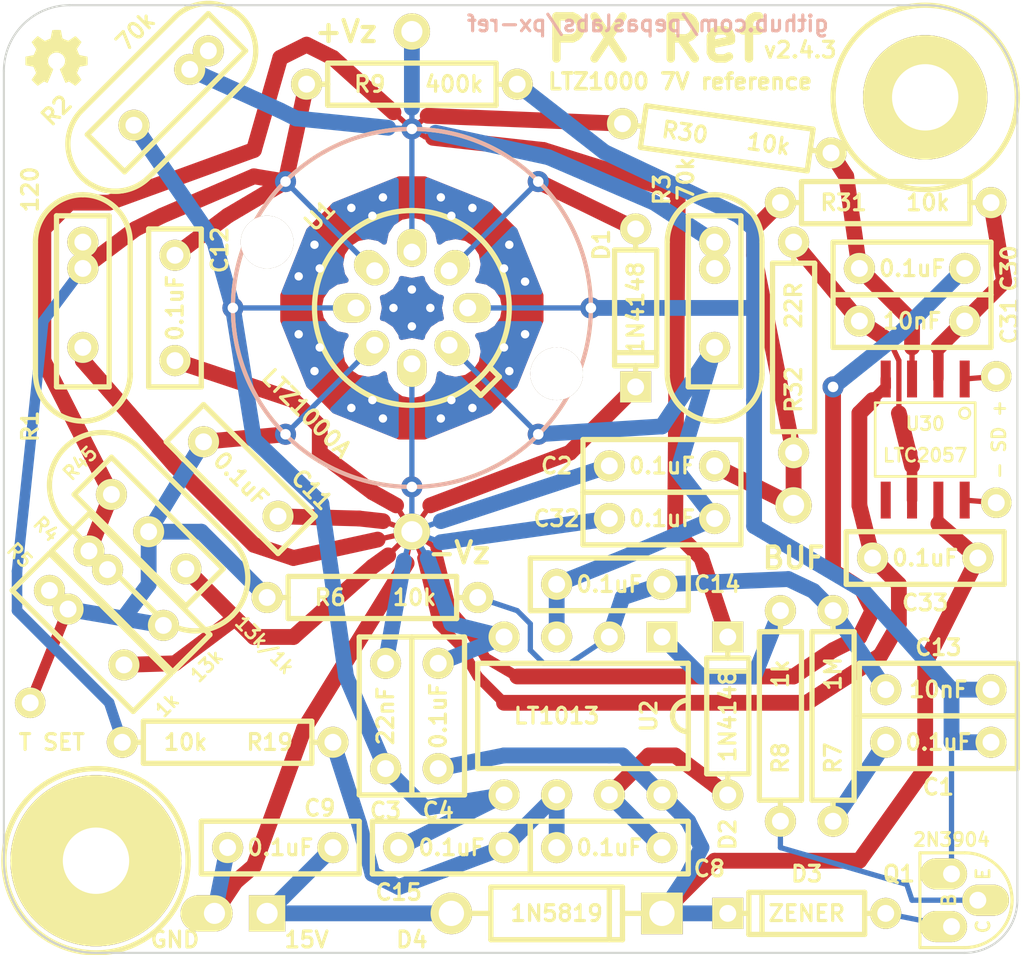
<source format=kicad_pcb>
(kicad_pcb (version 3) (host pcbnew "(2013-07-07 BZR 4022)-stable")

  (general
    (links 88)
    (no_connects 1)
    (area 196.186778 65.786 249.202222 115.189)
    (thickness 1.6)
    (drawings 21)
    (tracks 268)
    (zones 0)
    (modules 78)
    (nets 23)
  )

  (page A3)
  (layers
    (15 F.Cu signal)
    (0 B.Cu signal)
    (16 B.Adhes user)
    (17 F.Adhes user)
    (18 B.Paste user)
    (19 F.Paste user)
    (20 B.SilkS user)
    (21 F.SilkS user)
    (22 B.Mask user)
    (23 F.Mask user)
    (24 Dwgs.User user)
    (25 Cmts.User user)
    (26 Eco1.User user)
    (27 Eco2.User user)
    (28 Edge.Cuts user)
  )

  (setup
    (last_trace_width 0.254)
    (user_trace_width 0.508)
    (user_trace_width 0.762)
    (user_trace_width 1.016)
    (user_trace_width 1.27)
    (user_trace_width 1.524)
    (user_trace_width 1.778)
    (user_trace_width 2.032)
    (user_trace_width 2.286)
    (user_trace_width 2.54)
    (trace_clearance 0.254)
    (zone_clearance 0.508)
    (zone_45_only no)
    (trace_min 0.254)
    (segment_width 0.2)
    (edge_width 0.1)
    (via_size 0.889)
    (via_drill 0.635)
    (via_min_size 0.889)
    (via_min_drill 0.508)
    (user_via 1.016 0.508)
    (uvia_size 0.508)
    (uvia_drill 0.127)
    (uvias_allowed no)
    (uvia_min_size 0.508)
    (uvia_min_drill 0.127)
    (pcb_text_width 0.3)
    (pcb_text_size 1.5 1.5)
    (mod_edge_width 0.254)
    (mod_text_size 1 1)
    (mod_text_width 0.15)
    (pad_size 2.54 2.54)
    (pad_drill 2.54)
    (pad_to_mask_clearance 0)
    (aux_axis_origin 0 0)
    (visible_elements 7FFFFFFF)
    (pcbplotparams
      (layerselection 284196865)
      (usegerberextensions true)
      (excludeedgelayer true)
      (linewidth 0.150000)
      (plotframeref false)
      (viasonmask false)
      (mode 1)
      (useauxorigin false)
      (hpglpennumber 1)
      (hpglpenspeed 20)
      (hpglpendiameter 15)
      (hpglpenoverlay 2)
      (psnegative false)
      (psa4output false)
      (plotreference true)
      (plotvalue true)
      (plotothertext true)
      (plotinvisibletext false)
      (padsonsilk false)
      (subtractmaskfromsilk false)
      (outputformat 1)
      (mirror false)
      (drillshape 0)
      (scaleselection 1)
      (outputdirectory gerbers))
  )

  (net 0 "")
  (net 1 15V)
  (net 2 CHASSIS)
  (net 3 H+)
  (net 4 N-000001)
  (net 5 N-0000012)
  (net 6 N-0000013)
  (net 7 N-0000014)
  (net 8 N-0000015)
  (net 9 N-0000016)
  (net 10 N-0000017)
  (net 11 N-0000018)
  (net 12 N-0000019)
  (net 13 N-000002)
  (net 14 N-0000020)
  (net 15 N-0000022)
  (net 16 N-0000023)
  (net 17 N-000005)
  (net 18 N-000007)
  (net 19 N-000008)
  (net 20 "Vz+ Buf")
  (net 21 "Vz+ Sense")
  (net 22 "Vz- Sense")

  (net_class Default "This is the default net class."
    (clearance 0.254)
    (trace_width 0.254)
    (via_dia 0.889)
    (via_drill 0.635)
    (uvia_dia 0.508)
    (uvia_drill 0.127)
    (add_net "")
    (add_net 15V)
    (add_net CHASSIS)
    (add_net H+)
    (add_net N-000001)
    (add_net N-0000012)
    (add_net N-0000013)
    (add_net N-0000014)
    (add_net N-0000015)
    (add_net N-0000016)
    (add_net N-0000017)
    (add_net N-0000018)
    (add_net N-0000019)
    (add_net N-000002)
    (add_net N-0000020)
    (add_net N-0000022)
    (add_net N-0000023)
    (add_net N-000005)
    (add_net N-000007)
    (add_net N-000008)
    (add_net "Vz+ Buf")
    (add_net "Vz+ Sense")
    (add_net "Vz- Sense")
  )

  (module TO-92_Q_EBC_059Bo_PL (layer F.Cu) (tedit 5A861319) (tstamp 5A2F2629)
    (at 243.84 109.855 90)
    (descr "TO-92 Transistor, EBC pinout")
    (tags DEV)
    (path /59AF91C4)
    (fp_text reference Q1 (at 0 -2.54 180) (layer F.SilkS)
      (effects (font (size 0.762 0.762) (thickness 0.1524)))
    )
    (fp_text value 2N3904 (at 1.651 0 180) (layer F.SilkS)
      (effects (font (size 0.635 0.635) (thickness 0.127)))
    )
    (fp_line (start 1.016 0.635) (end 1.016 -1.524) (layer F.SilkS) (width 0.15))
    (fp_line (start 1.016 -1.524) (end -3.556 -1.524) (layer F.SilkS) (width 0.15))
    (fp_line (start -3.556 -1.524) (end -3.556 0.635) (layer F.SilkS) (width 0.15))
    (fp_arc (start -1.27 0.635) (end -1.27 2.921) (angle 90) (layer F.SilkS) (width 0.15))
    (fp_arc (start -1.27 0.635) (end 1.016 0.635) (angle 90) (layer F.SilkS) (width 0.15))
    (fp_text user E (at 0 1.524 90) (layer F.SilkS)
      (effects (font (size 0.635 0.635) (thickness 0.127)))
    )
    (fp_text user B (at -1.27 -0.127 90) (layer F.SilkS)
      (effects (font (size 0.635 0.635) (thickness 0.127)))
    )
    (fp_text user C (at -2.54 1.524 90) (layer F.SilkS)
      (effects (font (size 0.635 0.635) (thickness 0.127)))
    )
    (pad 1 thru_hole oval (at 0 0 90) (size 1.4986 2.2479) (drill 0.8128 (offset 0 -0.37465))
      (layers *.Cu *.Mask F.SilkS)
      (net 3 H+)
    )
    (pad 2 thru_hole oval (at -1.27 1.27 90) (size 1.4986 2.2479) (drill 0.8128 (offset 0 0.37465))
      (layers *.Cu *.Mask F.SilkS)
      (net 12 N-0000019)
    )
    (pad 3 thru_hole oval (at -2.54 0 90) (size 1.4986 2.2479) (drill 0.8128 (offset 0 -0.37465))
      (layers *.Cu *.Mask F.SilkS)
      (net 11 N-0000018)
    )
    (model to-xxx-packages/to92.wrl
      (at (xyz 0 0 0))
      (scale (xyz 1 1 1))
      (rotate (xyz 0 0 0))
    )
  )

  (module R_AXIAL_0W25_059A_PL (layer F.Cu) (tedit 5A777B98) (tstamp 5A2F2686)
    (at 235.585 97.155 270)
    (descr "Resistor Axial 1/4W 0.4\"")
    (tags R)
    (path /59AF91E7)
    (autoplace_cost180 10)
    (fp_text reference R8 (at 7.112 0 270) (layer F.SilkS)
      (effects (font (size 0.762 0.762) (thickness 0.1524)))
    )
    (fp_text value 1k (at 3.048 0 270) (layer F.SilkS)
      (effects (font (size 0.762 0.762) (thickness 0.1524)))
    )
    (fp_line (start 0 0) (end 1.016 0) (layer F.SilkS) (width 0.254))
    (fp_line (start 1.016 0) (end 1.016 -1.016) (layer F.SilkS) (width 0.254))
    (fp_line (start 1.016 -1.016) (end 9.144 -1.016) (layer F.SilkS) (width 0.254))
    (fp_line (start 9.144 -1.016) (end 9.144 1.016) (layer F.SilkS) (width 0.254))
    (fp_line (start 9.144 1.016) (end 1.016 1.016) (layer F.SilkS) (width 0.254))
    (fp_line (start 1.016 1.016) (end 1.016 0) (layer F.SilkS) (width 0.254))
    (fp_line (start 10.16 0) (end 9.144 0) (layer F.SilkS) (width 0.254))
    (pad 1 thru_hole oval (at 0 0 270) (size 1.4986 1.4986) (drill 0.8128)
      (layers *.Cu *.Mask F.SilkS)
      (net 10 N-0000017)
    )
    (pad 2 thru_hole oval (at 10.16 0 270) (size 1.4986 1.4986) (drill 0.8128)
      (layers *.Cu *.Mask F.SilkS)
      (net 12 N-0000019)
    )
    (model discret/resistor.wrl
      (at (xyz 0 0 0))
      (scale (xyz 0.4 0.4 0.4))
      (rotate (xyz 0 0 0))
    )
  )

  (module R_AXIAL_0W25_059A_PL (layer F.Cu) (tedit 53A245D9) (tstamp 5A2F2693)
    (at 238.125 107.315 90)
    (descr "Resistor Axial 1/4W 0.4\"")
    (tags R)
    (path /59AF91FE)
    (autoplace_cost180 10)
    (fp_text reference R7 (at 3.048 0 90) (layer F.SilkS)
      (effects (font (size 0.762 0.762) (thickness 0.1524)))
    )
    (fp_text value 1M (at 7.112 0 90) (layer F.SilkS)
      (effects (font (size 0.762 0.762) (thickness 0.1524)))
    )
    (fp_line (start 0 0) (end 1.016 0) (layer F.SilkS) (width 0.254))
    (fp_line (start 1.016 0) (end 1.016 -1.016) (layer F.SilkS) (width 0.254))
    (fp_line (start 1.016 -1.016) (end 9.144 -1.016) (layer F.SilkS) (width 0.254))
    (fp_line (start 9.144 -1.016) (end 9.144 1.016) (layer F.SilkS) (width 0.254))
    (fp_line (start 9.144 1.016) (end 1.016 1.016) (layer F.SilkS) (width 0.254))
    (fp_line (start 1.016 1.016) (end 1.016 0) (layer F.SilkS) (width 0.254))
    (fp_line (start 10.16 0) (end 9.144 0) (layer F.SilkS) (width 0.254))
    (pad 1 thru_hole oval (at 0 0 90) (size 1.4986 1.4986) (drill 0.8128)
      (layers *.Cu *.Mask F.SilkS)
      (net 9 N-0000016)
    )
    (pad 2 thru_hole oval (at 10.16 0 90) (size 1.4986 1.4986) (drill 0.8128)
      (layers *.Cu *.Mask F.SilkS)
      (net 14 N-0000020)
    )
    (model discret/resistor.wrl
      (at (xyz 0 0 0))
      (scale (xyz 0.4 0.4 0.4))
      (rotate (xyz 0 0 0))
    )
  )

  (module R_AXIAL_0W25_059A_PL (layer F.Cu) (tedit 53A245D9) (tstamp 5A2F26A0)
    (at 210.82 96.52)
    (descr "Resistor Axial 1/4W 0.4\"")
    (tags R)
    (path /59AF9213)
    (autoplace_cost180 10)
    (fp_text reference R6 (at 3.048 0) (layer F.SilkS)
      (effects (font (size 0.762 0.762) (thickness 0.1524)))
    )
    (fp_text value 10k (at 7.112 0) (layer F.SilkS)
      (effects (font (size 0.762 0.762) (thickness 0.1524)))
    )
    (fp_line (start 0 0) (end 1.016 0) (layer F.SilkS) (width 0.254))
    (fp_line (start 1.016 0) (end 1.016 -1.016) (layer F.SilkS) (width 0.254))
    (fp_line (start 1.016 -1.016) (end 9.144 -1.016) (layer F.SilkS) (width 0.254))
    (fp_line (start 9.144 -1.016) (end 9.144 1.016) (layer F.SilkS) (width 0.254))
    (fp_line (start 9.144 1.016) (end 1.016 1.016) (layer F.SilkS) (width 0.254))
    (fp_line (start 1.016 1.016) (end 1.016 0) (layer F.SilkS) (width 0.254))
    (fp_line (start 10.16 0) (end 9.144 0) (layer F.SilkS) (width 0.254))
    (pad 1 thru_hole oval (at 0 0) (size 1.4986 1.4986) (drill 0.8128)
      (layers *.Cu *.Mask F.SilkS)
      (net 19 N-000008)
    )
    (pad 2 thru_hole oval (at 10.16 0) (size 1.4986 1.4986) (drill 0.8128)
      (layers *.Cu *.Mask F.SilkS)
      (net 14 N-0000020)
    )
    (model discret/resistor.wrl
      (at (xyz 0 0 0))
      (scale (xyz 0.4 0.4 0.4))
      (rotate (xyz 0 0 0))
    )
  )

  (module R_AXIAL_0W25_059A_PL (layer F.Cu) (tedit 53A245D9) (tstamp 5A2F26AD)
    (at 212.725 71.755)
    (descr "Resistor Axial 1/4W 0.4\"")
    (tags R)
    (path /59B4D6F1)
    (autoplace_cost180 10)
    (fp_text reference R9 (at 3.048 0) (layer F.SilkS)
      (effects (font (size 0.762 0.762) (thickness 0.1524)))
    )
    (fp_text value 400k (at 7.112 0) (layer F.SilkS)
      (effects (font (size 0.762 0.762) (thickness 0.1524)))
    )
    (fp_line (start 0 0) (end 1.016 0) (layer F.SilkS) (width 0.254))
    (fp_line (start 1.016 0) (end 1.016 -1.016) (layer F.SilkS) (width 0.254))
    (fp_line (start 1.016 -1.016) (end 9.144 -1.016) (layer F.SilkS) (width 0.254))
    (fp_line (start 9.144 -1.016) (end 9.144 1.016) (layer F.SilkS) (width 0.254))
    (fp_line (start 9.144 1.016) (end 1.016 1.016) (layer F.SilkS) (width 0.254))
    (fp_line (start 1.016 1.016) (end 1.016 0) (layer F.SilkS) (width 0.254))
    (fp_line (start 10.16 0) (end 9.144 0) (layer F.SilkS) (width 0.254))
    (pad 1 thru_hole oval (at 0 0) (size 1.4986 1.4986) (drill 0.8128)
      (layers *.Cu *.Mask F.SilkS)
      (net 15 N-0000022)
    )
    (pad 2 thru_hole oval (at 10.16 0) (size 1.4986 1.4986) (drill 0.8128)
      (layers *.Cu *.Mask F.SilkS)
      (net 3 H+)
    )
    (model discret/resistor.wrl
      (at (xyz 0 0 0))
      (scale (xyz 0.4 0.4 0.4))
      (rotate (xyz 0 0 0))
    )
  )

  (module R_AXIAL_0W25_059A_PL (layer F.Cu) (tedit 53A245D9) (tstamp 5A8738A3)
    (at 213.995 103.505 180)
    (descr "Resistor Axial 1/4W 0.4\"")
    (tags R)
    (path /5A2E9981)
    (autoplace_cost180 10)
    (fp_text reference R19 (at 3.048 0 180) (layer F.SilkS)
      (effects (font (size 0.762 0.762) (thickness 0.1524)))
    )
    (fp_text value 10k (at 7.112 0 180) (layer F.SilkS)
      (effects (font (size 0.762 0.762) (thickness 0.1524)))
    )
    (fp_line (start 0 0) (end 1.016 0) (layer F.SilkS) (width 0.254))
    (fp_line (start 1.016 0) (end 1.016 -1.016) (layer F.SilkS) (width 0.254))
    (fp_line (start 1.016 -1.016) (end 9.144 -1.016) (layer F.SilkS) (width 0.254))
    (fp_line (start 9.144 -1.016) (end 9.144 1.016) (layer F.SilkS) (width 0.254))
    (fp_line (start 9.144 1.016) (end 1.016 1.016) (layer F.SilkS) (width 0.254))
    (fp_line (start 1.016 1.016) (end 1.016 0) (layer F.SilkS) (width 0.254))
    (fp_line (start 10.16 0) (end 9.144 0) (layer F.SilkS) (width 0.254))
    (pad 1 thru_hole oval (at 0 0 180) (size 1.4986 1.4986) (drill 0.8128)
      (layers *.Cu *.Mask F.SilkS)
      (net 4 N-000001)
    )
    (pad 2 thru_hole oval (at 10.16 0 180) (size 1.4986 1.4986) (drill 0.8128)
      (layers *.Cu *.Mask F.SilkS)
      (net 15 N-0000022)
    )
    (model discret/resistor.wrl
      (at (xyz 0 0 0))
      (scale (xyz 0.4 0.4 0.4))
      (rotate (xyz 0 0 0))
    )
  )

  (module DIP8_059A_PL (layer F.Cu) (tedit 53A23991) (tstamp 5A2F2FCF)
    (at 229.87 98.425 180)
    (descr "8-lead DIP package")
    (tags DIP)
    (path /59AF9182)
    (fp_text reference U2 (at 0.635 -3.81 270) (layer F.SilkS)
      (effects (font (size 0.762 0.762) (thickness 0.1524)))
    )
    (fp_text value LT1013 (at 5.08 -3.81 180) (layer F.SilkS)
      (effects (font (size 0.762 0.762) (thickness 0.1524)))
    )
    (fp_arc (start -1.27 -3.81) (end -1.27 -4.572) (angle 90) (layer F.SilkS) (width 0.254))
    (fp_arc (start -1.27 -3.81) (end -0.508 -3.81) (angle 90) (layer F.SilkS) (width 0.254))
    (fp_line (start -1.27 -6.35) (end 8.89 -6.35) (layer F.SilkS) (width 0.254))
    (fp_line (start 8.89 -6.35) (end 8.89 -1.27) (layer F.SilkS) (width 0.254))
    (fp_line (start 8.89 -1.27) (end -1.27 -1.27) (layer F.SilkS) (width 0.254))
    (fp_line (start -1.27 -1.27) (end -1.27 -6.35) (layer F.SilkS) (width 0.254))
    (pad 1 thru_hole rect (at 0 0 180) (size 1.4986 1.4986) (drill 0.8128)
      (layers *.Cu *.Mask F.SilkS)
      (net 10 N-0000017)
    )
    (pad 2 thru_hole oval (at 2.54 0 180) (size 1.4986 1.4986) (drill 0.8128)
      (layers *.Cu *.Mask F.SilkS)
      (net 14 N-0000020)
    )
    (pad 3 thru_hole oval (at 5.08 0 180) (size 1.4986 1.4986) (drill 0.8128)
      (layers *.Cu *.Mask F.SilkS)
      (net 16 N-0000023)
    )
    (pad 4 thru_hole oval (at 7.62 0 180) (size 1.4986 1.4986) (drill 0.8128)
      (layers *.Cu *.Mask F.SilkS)
      (net 22 "Vz- Sense")
    )
    (pad 5 thru_hole oval (at 7.62 -7.62 180) (size 1.4986 1.4986) (drill 0.8128)
      (layers *.Cu *.Mask F.SilkS)
      (net 7 N-0000014)
    )
    (pad 6 thru_hole oval (at 5.08 -7.62 180) (size 1.4986 1.4986) (drill 0.8128)
      (layers *.Cu *.Mask F.SilkS)
      (net 4 N-000001)
    )
    (pad 8 thru_hole oval (at 0 -7.62 180) (size 1.4986 1.4986) (drill 0.8128)
      (layers *.Cu *.Mask F.SilkS)
      (net 1 15V)
    )
    (pad 7 thru_hole oval (at 2.54 -7.62 180) (size 1.4986 1.4986) (drill 0.8128)
      (layers *.Cu *.Mask F.SilkS)
      (net 8 N-0000015)
    )
    (model dil/dil_8.wrl
      (at (xyz 0 0 0))
      (scale (xyz 1 1 1))
      (rotate (xyz 0 0 0))
    )
  )

  (module 1pin_040_069 (layer F.Cu) (tedit 5AE610EA) (tstamp 5A2F39DA)
    (at 210.82 111.76)
    (descr "1 pin, 0.040\" drill, 0.069\" round pad")
    (path /59B592AE)
    (fp_text reference P1 (at 0 -2.54) (layer F.SilkS) hide
      (effects (font (size 1.016 1.016) (thickness 0.254)))
    )
    (fp_text value CONN_1X1 (at 0 2.54) (layer F.SilkS) hide
      (effects (font (size 1.016 1.016) (thickness 0.254)))
    )
    (pad 1 thru_hole rect (at 0 0) (size 1.7526 1.7526) (drill 1.016)
      (layers *.Cu *.Mask F.SilkS)
      (net 18 N-000007)
    )
  )

  (module 1pin_040_069 (layer F.Cu) (tedit 5AE610DA) (tstamp 5A2F39DF)
    (at 208.28 111.76)
    (descr "1 pin, 0.040\" drill, 0.069\" round pad")
    (path /59B592C7)
    (fp_text reference P4 (at 0 -2.54) (layer F.SilkS) hide
      (effects (font (size 1.016 1.016) (thickness 0.254)))
    )
    (fp_text value CONN_1X1 (at 0 2.54) (layer F.SilkS) hide
      (effects (font (size 1.016 1.016) (thickness 0.254)))
    )
    (pad 1 thru_hole oval (at 0 0) (size 2.5146 1.7526) (drill 1.016 (offset -0.381 0))
      (layers *.Cu *.Mask F.SilkS)
      (net 22 "Vz- Sense")
    )
  )

  (module hole_M3 (layer F.Cu) (tedit 5929070A) (tstamp 5A312CA3)
    (at 242.57 72.39)
    (descr "M3 mounting hole")
    (path 1pin)
    (fp_text reference H*** (at 0 -3.048) (layer F.SilkS) hide
      (effects (font (size 1.016 1.016) (thickness 0.254)))
    )
    (fp_text value Val** (at 0 2.794) (layer F.SilkS) hide
      (effects (font (size 1.016 1.016) (thickness 0.254)))
    )
    (fp_circle (center 0 0) (end 4.445 0) (layer F.SilkS) (width 0.254))
    (pad 1 thru_hole circle (at 0 0) (size 6 6) (drill 3.2)
      (layers *.Cu *.Mask F.SilkS)
    )
  )

  (module BOXCAP_01_03_02_059A (layer F.Cu) (tedit 5A45E7A7) (tstamp 5A456C18)
    (at 243.205 103.505)
    (descr "Film Capacitor, 0.2\" pin spacing")
    (tags C)
    (path /59B58E77)
    (fp_text reference C1 (at 0 2.159) (layer F.SilkS)
      (effects (font (size 0.762 0.762) (thickness 0.1524)))
    )
    (fp_text value 0.1uF (at 0 0) (layer F.SilkS)
      (effects (font (size 0.762 0.762) (thickness 0.1524)))
    )
    (fp_line (start 3.81 -1.27) (end 3.81 1.27) (layer F.SilkS) (width 0.254))
    (fp_line (start -3.81 -1.27) (end -3.81 1.27) (layer F.SilkS) (width 0.254))
    (fp_line (start 3.81 1.27) (end -3.81 1.27) (layer F.SilkS) (width 0.254))
    (fp_line (start -3.81 -1.27) (end 3.81 -1.27) (layer F.SilkS) (width 0.254))
    (pad 1 thru_hole circle (at -2.54 0) (size 1.4986 1.4986) (drill 0.8128)
      (layers *.Cu *.Mask F.SilkS)
      (net 9 N-0000016)
    )
    (pad 2 thru_hole circle (at 2.54 0) (size 1.4986 1.4986) (drill 0.8128)
      (layers *.Cu *.Mask F.SilkS)
      (net 3 H+)
    )
    (model discret/capa_2pas_5x5mm.wrl
      (at (xyz 0 0 0))
      (scale (xyz 1 1 1))
      (rotate (xyz 0 0 0))
    )
  )

  (module BOXCAP_01_03_02_059A (layer F.Cu) (tedit 5AE60766) (tstamp 5A440AD1)
    (at 229.87 92.71 180)
    (descr "Film Capacitor, 0.2\" pin spacing")
    (tags C)
    (path /5A2E955E)
    (fp_text reference C2 (at 5.08 2.54 180) (layer F.SilkS)
      (effects (font (size 0.762 0.762) (thickness 0.1524)))
    )
    (fp_text value 0.1uF (at 0 0 180) (layer F.SilkS)
      (effects (font (size 0.762 0.762) (thickness 0.1524)))
    )
    (fp_line (start 3.81 -1.27) (end 3.81 1.27) (layer F.SilkS) (width 0.254))
    (fp_line (start -3.81 -1.27) (end -3.81 1.27) (layer F.SilkS) (width 0.254))
    (fp_line (start 3.81 1.27) (end -3.81 1.27) (layer F.SilkS) (width 0.254))
    (fp_line (start -3.81 -1.27) (end 3.81 -1.27) (layer F.SilkS) (width 0.254))
    (pad 1 thru_hole circle (at -2.54 0 180) (size 1.4986 1.4986) (drill 0.8128)
      (layers *.Cu *.Mask F.SilkS)
      (net 16 N-0000023)
    )
    (pad 2 thru_hole circle (at 2.54 0 180) (size 1.4986 1.4986) (drill 0.8128)
      (layers *.Cu *.Mask F.SilkS)
      (net 22 "Vz- Sense")
    )
    (model discret/capa_2pas_5x5mm.wrl
      (at (xyz 0 0 0))
      (scale (xyz 1 1 1))
      (rotate (xyz 0 0 0))
    )
  )

  (module BOXCAP_01_03_02_059A (layer F.Cu) (tedit 5A45E790) (tstamp 5A440B0E)
    (at 216.535 102.235 90)
    (descr "Film Capacitor, 0.2\" pin spacing")
    (tags C)
    (path /5A2E9577)
    (fp_text reference C3 (at -4.572 0 180) (layer F.SilkS)
      (effects (font (size 0.762 0.762) (thickness 0.1524)))
    )
    (fp_text value 22nF (at 0 0 90) (layer F.SilkS)
      (effects (font (size 0.762 0.762) (thickness 0.1524)))
    )
    (fp_line (start 3.81 -1.27) (end 3.81 1.27) (layer F.SilkS) (width 0.254))
    (fp_line (start -3.81 -1.27) (end -3.81 1.27) (layer F.SilkS) (width 0.254))
    (fp_line (start 3.81 1.27) (end -3.81 1.27) (layer F.SilkS) (width 0.254))
    (fp_line (start -3.81 -1.27) (end 3.81 -1.27) (layer F.SilkS) (width 0.254))
    (pad 1 thru_hole circle (at -2.54 0 90) (size 1.4986 1.4986) (drill 0.8128)
      (layers *.Cu *.Mask F.SilkS)
      (net 7 N-0000014)
    )
    (pad 2 thru_hole circle (at 2.54 0 90) (size 1.4986 1.4986) (drill 0.8128)
      (layers *.Cu *.Mask F.SilkS)
      (net 22 "Vz- Sense")
    )
    (model discret/capa_2pas_5x5mm.wrl
      (at (xyz 0 0 0))
      (scale (xyz 1 1 1))
      (rotate (xyz 0 0 0))
    )
  )

  (module BOXCAP_01_03_02_059A (layer F.Cu) (tedit 5A45E786) (tstamp 5A440B44)
    (at 219.075 102.235 90)
    (descr "Film Capacitor, 0.2\" pin spacing")
    (tags C)
    (path /59B58EFF)
    (fp_text reference C4 (at -4.572 0 180) (layer F.SilkS)
      (effects (font (size 0.762 0.762) (thickness 0.1524)))
    )
    (fp_text value 0.1uF (at 0 0 90) (layer F.SilkS)
      (effects (font (size 0.762 0.762) (thickness 0.1524)))
    )
    (fp_line (start 3.81 -1.27) (end 3.81 1.27) (layer F.SilkS) (width 0.254))
    (fp_line (start -3.81 -1.27) (end -3.81 1.27) (layer F.SilkS) (width 0.254))
    (fp_line (start 3.81 1.27) (end -3.81 1.27) (layer F.SilkS) (width 0.254))
    (fp_line (start -3.81 -1.27) (end 3.81 -1.27) (layer F.SilkS) (width 0.254))
    (pad 1 thru_hole circle (at -2.54 0 90) (size 1.4986 1.4986) (drill 0.8128)
      (layers *.Cu *.Mask F.SilkS)
      (net 1 15V)
    )
    (pad 2 thru_hole circle (at 2.54 0 90) (size 1.4986 1.4986) (drill 0.8128)
      (layers *.Cu *.Mask F.SilkS)
      (net 22 "Vz- Sense")
    )
    (model discret/capa_2pas_5x5mm.wrl
      (at (xyz 0 0 0))
      (scale (xyz 1 1 1))
      (rotate (xyz 0 0 0))
    )
  )

  (module BOXCAP_01_03_02_059A (layer F.Cu) (tedit 5A45E7F4) (tstamp 5A440E99)
    (at 227.33 108.585)
    (descr "Film Capacitor, 0.2\" pin spacing")
    (tags C)
    (path /5A2E9A74)
    (fp_text reference C8 (at 4.826 1.016) (layer F.SilkS)
      (effects (font (size 0.762 0.762) (thickness 0.1524)))
    )
    (fp_text value 0.1uF (at 0 0) (layer F.SilkS)
      (effects (font (size 0.762 0.762) (thickness 0.1524)))
    )
    (fp_line (start 3.81 -1.27) (end 3.81 1.27) (layer F.SilkS) (width 0.254))
    (fp_line (start -3.81 -1.27) (end -3.81 1.27) (layer F.SilkS) (width 0.254))
    (fp_line (start 3.81 1.27) (end -3.81 1.27) (layer F.SilkS) (width 0.254))
    (fp_line (start -3.81 -1.27) (end 3.81 -1.27) (layer F.SilkS) (width 0.254))
    (pad 1 thru_hole circle (at -2.54 0) (size 1.4986 1.4986) (drill 0.8128)
      (layers *.Cu *.Mask F.SilkS)
      (net 4 N-000001)
    )
    (pad 2 thru_hole circle (at 2.54 0) (size 1.4986 1.4986) (drill 0.8128)
      (layers *.Cu *.Mask F.SilkS)
      (net 8 N-0000015)
    )
    (model discret/capa_2pas_5x5mm.wrl
      (at (xyz 0 0 0))
      (scale (xyz 1 1 1))
      (rotate (xyz 0 0 0))
    )
  )

  (module BOXCAP_01_03_02_059A (layer F.Cu) (tedit 5A45E82C) (tstamp 5A4708DC)
    (at 209.55 90.805 315)
    (descr "Film Capacitor, 0.2\" pin spacing")
    (tags C)
    (path /5A2E983B)
    (fp_text reference C11 (at 2.783879 -2.065459 315) (layer F.SilkS)
      (effects (font (size 0.762 0.762) (thickness 0.1524)))
    )
    (fp_text value 0.1uF (at 0 0 315) (layer F.SilkS)
      (effects (font (size 0.762 0.762) (thickness 0.1524)))
    )
    (fp_line (start 3.81 -1.27) (end 3.81 1.27) (layer F.SilkS) (width 0.254))
    (fp_line (start -3.81 -1.27) (end -3.81 1.27) (layer F.SilkS) (width 0.254))
    (fp_line (start 3.81 1.27) (end -3.81 1.27) (layer F.SilkS) (width 0.254))
    (fp_line (start -3.81 -1.27) (end 3.81 -1.27) (layer F.SilkS) (width 0.254))
    (pad 1 thru_hole circle (at -2.54 0 315) (size 1.4986 1.4986) (drill 0.8128)
      (layers *.Cu *.Mask F.SilkS)
      (net 19 N-000008)
    )
    (pad 2 thru_hole circle (at 2.54 0 315) (size 1.4986 1.4986) (drill 0.8128)
      (layers *.Cu *.Mask F.SilkS)
      (net 22 "Vz- Sense")
    )
    (model discret/capa_2pas_5x5mm.wrl
      (at (xyz 0 0 0))
      (scale (xyz 1 1 1))
      (rotate (xyz 0 0 0))
    )
  )

  (module BOXCAP_01_03_02_059A (layer F.Cu) (tedit 5A45E824) (tstamp 5A44101E)
    (at 206.375 82.55 270)
    (descr "Film Capacitor, 0.2\" pin spacing")
    (tags C)
    (path /5A2E956D)
    (fp_text reference C12 (at -2.794 -2.159 270) (layer F.SilkS)
      (effects (font (size 0.762 0.762) (thickness 0.1524)))
    )
    (fp_text value 0.1uF (at 0 0 270) (layer F.SilkS)
      (effects (font (size 0.762 0.762) (thickness 0.1524)))
    )
    (fp_line (start 3.81 -1.27) (end 3.81 1.27) (layer F.SilkS) (width 0.254))
    (fp_line (start -3.81 -1.27) (end -3.81 1.27) (layer F.SilkS) (width 0.254))
    (fp_line (start 3.81 1.27) (end -3.81 1.27) (layer F.SilkS) (width 0.254))
    (fp_line (start -3.81 -1.27) (end 3.81 -1.27) (layer F.SilkS) (width 0.254))
    (pad 1 thru_hole circle (at -2.54 0 270) (size 1.4986 1.4986) (drill 0.8128)
      (layers *.Cu *.Mask F.SilkS)
      (net 15 N-0000022)
    )
    (pad 2 thru_hole circle (at 2.54 0 270) (size 1.4986 1.4986) (drill 0.8128)
      (layers *.Cu *.Mask F.SilkS)
      (net 22 "Vz- Sense")
    )
    (model discret/capa_2pas_5x5mm.wrl
      (at (xyz 0 0 0))
      (scale (xyz 1 1 1))
      (rotate (xyz 0 0 0))
    )
  )

  (module BOXCAP_01_03_02_059A (layer F.Cu) (tedit 5A45E7AC) (tstamp 5A456C0D)
    (at 243.205 100.965 180)
    (descr "Film Capacitor, 0.2\" pin spacing")
    (tags C)
    (path /5A2E9CE0)
    (fp_text reference C13 (at 0 2.032 180) (layer F.SilkS)
      (effects (font (size 0.762 0.762) (thickness 0.1524)))
    )
    (fp_text value 10nF (at 0 0 180) (layer F.SilkS)
      (effects (font (size 0.762 0.762) (thickness 0.1524)))
    )
    (fp_line (start 3.81 -1.27) (end 3.81 1.27) (layer F.SilkS) (width 0.254))
    (fp_line (start -3.81 -1.27) (end -3.81 1.27) (layer F.SilkS) (width 0.254))
    (fp_line (start 3.81 1.27) (end -3.81 1.27) (layer F.SilkS) (width 0.254))
    (fp_line (start -3.81 -1.27) (end 3.81 -1.27) (layer F.SilkS) (width 0.254))
    (pad 1 thru_hole circle (at -2.54 0 180) (size 1.4986 1.4986) (drill 0.8128)
      (layers *.Cu *.Mask F.SilkS)
      (net 3 H+)
    )
    (pad 2 thru_hole circle (at 2.54 0 180) (size 1.4986 1.4986) (drill 0.8128)
      (layers *.Cu *.Mask F.SilkS)
      (net 14 N-0000020)
    )
    (model discret/capa_2pas_5x5mm.wrl
      (at (xyz 0 0 0))
      (scale (xyz 1 1 1))
      (rotate (xyz 0 0 0))
    )
  )

  (module BOXCAP_01_03_02_059A (layer F.Cu) (tedit 5A45E7BE) (tstamp 5A441096)
    (at 227.33 95.885 180)
    (descr "Film Capacitor, 0.2\" pin spacing")
    (tags C)
    (path /5A2E9DC5)
    (fp_text reference C14 (at -5.207 0 180) (layer F.SilkS)
      (effects (font (size 0.762 0.762) (thickness 0.1524)))
    )
    (fp_text value 0.1uF (at 0 0 180) (layer F.SilkS)
      (effects (font (size 0.762 0.762) (thickness 0.1524)))
    )
    (fp_line (start 3.81 -1.27) (end 3.81 1.27) (layer F.SilkS) (width 0.254))
    (fp_line (start -3.81 -1.27) (end -3.81 1.27) (layer F.SilkS) (width 0.254))
    (fp_line (start 3.81 1.27) (end -3.81 1.27) (layer F.SilkS) (width 0.254))
    (fp_line (start -3.81 -1.27) (end 3.81 -1.27) (layer F.SilkS) (width 0.254))
    (pad 1 thru_hole circle (at -2.54 0 180) (size 1.4986 1.4986) (drill 0.8128)
      (layers *.Cu *.Mask F.SilkS)
      (net 14 N-0000020)
    )
    (pad 2 thru_hole circle (at 2.54 0 180) (size 1.4986 1.4986) (drill 0.8128)
      (layers *.Cu *.Mask F.SilkS)
      (net 16 N-0000023)
    )
    (model discret/capa_2pas_5x5mm.wrl
      (at (xyz 0 0 0))
      (scale (xyz 1 1 1))
      (rotate (xyz 0 0 0))
    )
  )

  (module BOXCAP_01_03_02_059A (layer F.Cu) (tedit 5A671D05) (tstamp 5A441655)
    (at 219.71 108.585 180)
    (descr "Film Capacitor, 0.2\" pin spacing")
    (tags C)
    (path /5A441649)
    (fp_text reference C15 (at 2.54 -2.159 180) (layer F.SilkS)
      (effects (font (size 0.762 0.762) (thickness 0.1524)))
    )
    (fp_text value 0.1uF (at 0 0 180) (layer F.SilkS)
      (effects (font (size 0.762 0.762) (thickness 0.1524)))
    )
    (fp_line (start 3.81 -1.27) (end 3.81 1.27) (layer F.SilkS) (width 0.254))
    (fp_line (start -3.81 -1.27) (end -3.81 1.27) (layer F.SilkS) (width 0.254))
    (fp_line (start 3.81 1.27) (end -3.81 1.27) (layer F.SilkS) (width 0.254))
    (fp_line (start -3.81 -1.27) (end 3.81 -1.27) (layer F.SilkS) (width 0.254))
    (pad 1 thru_hole circle (at -2.54 0 180) (size 1.4986 1.4986) (drill 0.8128)
      (layers *.Cu *.Mask F.SilkS)
      (net 4 N-000001)
    )
    (pad 2 thru_hole circle (at 2.54 0 180) (size 1.4986 1.4986) (drill 0.8128)
      (layers *.Cu *.Mask F.SilkS)
      (net 7 N-0000014)
    )
    (model discret/capa_2pas_5x5mm.wrl
      (at (xyz 0 0 0))
      (scale (xyz 1 1 1))
      (rotate (xyz 0 0 0))
    )
  )

  (module 1pin_040_069 (layer F.Cu) (tedit 53325090) (tstamp 5A441741)
    (at 217.805 93.345)
    (descr "1 pin, 0.040\" drill, 0.069\" round pad")
    (path /5A4418D5)
    (fp_text reference P5 (at 0 -2.54) (layer F.SilkS) hide
      (effects (font (size 1.016 1.016) (thickness 0.254)))
    )
    (fp_text value CONN_1X1 (at 0 2.54) (layer F.SilkS) hide
      (effects (font (size 1.016 1.016) (thickness 0.254)))
    )
    (pad 1 thru_hole oval (at 0 0) (size 1.7526 1.7526) (drill 1.016)
      (layers *.Cu *.Mask F.SilkS)
      (net 22 "Vz- Sense")
    )
  )

  (module DIODE_1A_069A_PL (layer F.Cu) (tedit 5AE60D47) (tstamp 5A4520F5)
    (at 224.79 111.76)
    (descr "1 Amp diode, 0.4\"")
    (tags "DIODE DEV")
    (path /5A2E3CB9)
    (fp_text reference D4 (at -6.985 1.27) (layer F.SilkS)
      (effects (font (size 0.762 0.762) (thickness 0.1524)))
    )
    (fp_text value 1N5819 (at 0 0) (layer F.SilkS)
      (effects (font (size 0.762 0.762) (thickness 0.1524)))
    )
    (fp_line (start -5.08 0) (end -3.175 0) (layer F.SilkS) (width 0.254))
    (fp_line (start 3.175 0) (end 5.08 0) (layer F.SilkS) (width 0.254))
    (fp_line (start 2.54 -1.27) (end 2.54 1.27) (layer F.SilkS) (width 0.254))
    (fp_line (start -3.175 1.27) (end 3.175 1.27) (layer F.SilkS) (width 0.254))
    (fp_line (start -3.175 -1.27) (end -3.175 1.27) (layer F.SilkS) (width 0.254))
    (fp_line (start 3.175 -1.27) (end 3.175 1.27) (layer F.SilkS) (width 0.254))
    (fp_line (start -3.175 -1.27) (end 3.175 -1.27) (layer F.SilkS) (width 0.254))
    (pad 2 thru_hole rect (at 5.08 0) (size 2.0066 2.0066) (drill 1.2192)
      (layers *.Cu *.Mask F.SilkS)
      (net 1 15V)
    )
    (pad 1 thru_hole circle (at -5.08 0) (size 2.0066 2.0066) (drill 1.2192)
      (layers *.Cu *.Mask F.SilkS)
      (net 18 N-000007)
    )
    (model discret/diode.wrl
      (at (xyz 0 0 0))
      (scale (xyz 0.3 0.3 0.3))
      (rotate (xyz 0 0 0))
    )
  )

  (module DIODE_SS_059A_PL (layer F.Cu) (tedit 5A45E6C4) (tstamp 5A452112)
    (at 233.045 102.235 90)
    (descr "Small-signal diode, 0.3\"")
    (tags "DIODE DEV")
    (path /59AF91B7)
    (fp_text reference D2 (at -5.715 0 90) (layer F.SilkS)
      (effects (font (size 0.762 0.762) (thickness 0.1524)))
    )
    (fp_text value 1N4148 (at 0 0 90) (layer F.SilkS)
      (effects (font (size 0.762 0.762) (thickness 0.1524)))
    )
    (fp_line (start -2.794 0) (end -3.81 0) (layer F.SilkS) (width 0.254))
    (fp_line (start 2.794 0) (end 3.81 0) (layer F.SilkS) (width 0.254))
    (fp_line (start -2.794 1.016) (end 2.794 1.016) (layer F.SilkS) (width 0.254))
    (fp_line (start 2.794 -1.016) (end -2.794 -1.016) (layer F.SilkS) (width 0.254))
    (fp_line (start 2.159 -1.016) (end 2.159 1.016) (layer F.SilkS) (width 0.254))
    (fp_line (start 2.794 0) (end 2.794 -1.016) (layer F.SilkS) (width 0.254))
    (fp_line (start -2.794 -1.016) (end -2.794 0) (layer F.SilkS) (width 0.254))
    (fp_line (start -2.794 0) (end -2.794 1.016) (layer F.SilkS) (width 0.254))
    (fp_line (start 2.794 1.016) (end 2.794 0) (layer F.SilkS) (width 0.254))
    (pad 2 thru_hole rect (at 3.81 0 90) (size 1.4986 1.4986) (drill 0.8128)
      (layers *.Cu *.Mask F.SilkS)
      (net 21 "Vz+ Sense")
    )
    (pad 1 thru_hole oval (at -3.81 0 90) (size 1.4986 1.4986) (drill 0.8128)
      (layers *.Cu *.Mask F.SilkS)
      (net 8 N-0000015)
    )
    (model discret/diode.wrl
      (at (xyz 0 0 0))
      (scale (xyz 0.3 0.3 0.3))
      (rotate (xyz 0 0 0))
    )
  )

  (module DIODE_SS_059A_PL (layer F.Cu) (tedit 5AE60BF5) (tstamp 5AE41CD2)
    (at 228.6 82.55 270)
    (descr "Small-signal diode, 0.3\"")
    (tags "DIODE DEV")
    (path /59AF91A5)
    (fp_text reference D1 (at -3.048 1.651 270) (layer F.SilkS)
      (effects (font (size 0.762 0.762) (thickness 0.1524)))
    )
    (fp_text value 1N4148 (at 0 0 270) (layer F.SilkS)
      (effects (font (size 0.762 0.762) (thickness 0.1524)))
    )
    (fp_line (start -2.794 0) (end -3.81 0) (layer F.SilkS) (width 0.254))
    (fp_line (start 2.794 0) (end 3.81 0) (layer F.SilkS) (width 0.254))
    (fp_line (start -2.794 1.016) (end 2.794 1.016) (layer F.SilkS) (width 0.254))
    (fp_line (start 2.794 -1.016) (end -2.794 -1.016) (layer F.SilkS) (width 0.254))
    (fp_line (start 2.159 -1.016) (end 2.159 1.016) (layer F.SilkS) (width 0.254))
    (fp_line (start 2.794 0) (end 2.794 -1.016) (layer F.SilkS) (width 0.254))
    (fp_line (start -2.794 -1.016) (end -2.794 0) (layer F.SilkS) (width 0.254))
    (fp_line (start -2.794 0) (end -2.794 1.016) (layer F.SilkS) (width 0.254))
    (fp_line (start 2.794 1.016) (end 2.794 0) (layer F.SilkS) (width 0.254))
    (pad 2 thru_hole rect (at 3.81 0 270) (size 1.4986 1.4986) (drill 0.8128)
      (layers *.Cu *.Mask F.SilkS)
      (net 22 "Vz- Sense")
    )
    (pad 1 thru_hole oval (at -3.81 0 270) (size 1.4986 1.4986) (drill 0.8128)
      (layers *.Cu *.Mask F.SilkS)
      (net 17 N-000005)
    )
    (model discret/diode.wrl
      (at (xyz 0 0 0))
      (scale (xyz 0.3 0.3 0.3))
      (rotate (xyz 0 0 0))
    )
  )

  (module DIODE_SS_059A_PL (layer F.Cu) (tedit 5A456660) (tstamp 5A4564F6)
    (at 236.855 111.76 180)
    (descr "Small-signal diode, 0.3\"")
    (tags "DIODE DEV")
    (path /5A2F1CDD)
    (fp_text reference D3 (at 0 1.905 180) (layer F.SilkS)
      (effects (font (size 0.762 0.762) (thickness 0.1524)))
    )
    (fp_text value ZENER (at 0 0 180) (layer F.SilkS)
      (effects (font (size 0.762 0.762) (thickness 0.1524)))
    )
    (fp_line (start -2.794 0) (end -3.81 0) (layer F.SilkS) (width 0.254))
    (fp_line (start 2.794 0) (end 3.81 0) (layer F.SilkS) (width 0.254))
    (fp_line (start -2.794 1.016) (end 2.794 1.016) (layer F.SilkS) (width 0.254))
    (fp_line (start 2.794 -1.016) (end -2.794 -1.016) (layer F.SilkS) (width 0.254))
    (fp_line (start 2.159 -1.016) (end 2.159 1.016) (layer F.SilkS) (width 0.254))
    (fp_line (start 2.794 0) (end 2.794 -1.016) (layer F.SilkS) (width 0.254))
    (fp_line (start -2.794 -1.016) (end -2.794 0) (layer F.SilkS) (width 0.254))
    (fp_line (start -2.794 0) (end -2.794 1.016) (layer F.SilkS) (width 0.254))
    (fp_line (start 2.794 1.016) (end 2.794 0) (layer F.SilkS) (width 0.254))
    (pad 2 thru_hole rect (at 3.81 0 180) (size 1.4986 1.4986) (drill 0.8128)
      (layers *.Cu *.Mask F.SilkS)
      (net 1 15V)
    )
    (pad 1 thru_hole oval (at -3.81 0 180) (size 1.4986 1.4986) (drill 0.8128)
      (layers *.Cu *.Mask F.SilkS)
      (net 11 N-0000018)
    )
    (model discret/diode.wrl
      (at (xyz 0 0 0))
      (scale (xyz 0.3 0.3 0.3))
      (rotate (xyz 0 0 0))
    )
  )

  (module R_BOX_HERMETIC_PL (layer F.Cu) (tedit 630D9A89) (tstamp 5A45D94E)
    (at 205.74 72.39 225)
    (descr "Fits Vishay foil, Vishay hermetic, and AE foil resistors.  0.15\" and 0.2\" lead spacing.")
    (path /5A2EA5A5)
    (fp_text reference R2 (at 4.041115 3.14309 225) (layer F.SilkS)
      (effects (font (size 0.762 0.762) (thickness 0.1524)))
    )
    (fp_text value 70k (at -1.347038 3.14309 225) (layer F.SilkS)
      (effects (font (size 0.762 0.762) (thickness 0.1524)))
    )
    (fp_line (start 3.81 1.27) (end -4.445 1.27) (layer F.SilkS) (width 0.254))
    (fp_line (start -4.445 -1.27) (end 3.81 -1.27) (layer F.SilkS) (width 0.254))
    (fp_line (start 3.175 2.286) (end -3.175 2.286) (layer F.SilkS) (width 0.254))
    (fp_line (start -3.175 -2.286) (end 3.175 -2.286) (layer F.SilkS) (width 0.254))
    (fp_arc (start 3.175 0) (end 3.175 -2.286) (angle 90) (layer F.SilkS) (width 0.254))
    (fp_arc (start 3.175 0) (end 5.461 0) (angle 90) (layer F.SilkS) (width 0.254))
    (fp_arc (start -3.175 0) (end -3.175 2.286) (angle 90) (layer F.SilkS) (width 0.254))
    (fp_arc (start -3.175 0) (end -5.461 0) (angle 90) (layer F.SilkS) (width 0.254))
    (fp_arc (start 3.175 0) (end 3.175 -2.286) (angle 90) (layer F.SilkS) (width 0.254))
    (fp_line (start 3.81 -1.27) (end 3.81 1.27) (layer F.SilkS) (width 0.254))
    (fp_line (start -4.445 1.27) (end -4.445 -1.27) (layer F.SilkS) (width 0.254))
    (pad 1 thru_hole circle (at -3.175 0 225) (size 1.4986 1.4986) (drill 0.8128)
      (layers *.Cu *.Mask F.SilkS)
      (net 21 "Vz+ Sense")
    )
    (pad 2 thru_hole circle (at 1.905 0 225) (size 1.4986 1.4986) (drill 0.8128)
      (layers *.Cu *.Mask F.SilkS)
      (net 7 N-0000014)
    )
    (pad 1 thru_hole circle (at -1.905 0 225) (size 1.4986 1.4986) (drill 0.8128)
      (layers *.Cu *.Mask F.SilkS)
      (net 21 "Vz+ Sense")
    )
  )

  (module R_BOX_HERMETIC_PL (layer F.Cu) (tedit 630D9A96) (tstamp 5A45D998)
    (at 201.93 82.55 270)
    (descr "Fits Vishay foil, Vishay hermetic, and AE foil resistors.  0.15\" and 0.2\" lead spacing.")
    (path /5A2EA87D)
    (fp_text reference R1 (at 5.715 2.54 270) (layer F.SilkS)
      (effects (font (size 0.762 0.762) (thickness 0.1524)))
    )
    (fp_text value 120 (at -5.715 2.54 270) (layer F.SilkS)
      (effects (font (size 0.762 0.762) (thickness 0.1524)))
    )
    (fp_line (start 3.81 1.27) (end -4.445 1.27) (layer F.SilkS) (width 0.254))
    (fp_line (start -4.445 -1.27) (end 3.81 -1.27) (layer F.SilkS) (width 0.254))
    (fp_line (start 3.175 2.286) (end -3.175 2.286) (layer F.SilkS) (width 0.254))
    (fp_line (start -3.175 -2.286) (end 3.175 -2.286) (layer F.SilkS) (width 0.254))
    (fp_arc (start 3.175 0) (end 3.175 -2.286) (angle 90) (layer F.SilkS) (width 0.254))
    (fp_arc (start 3.175 0) (end 5.461 0) (angle 90) (layer F.SilkS) (width 0.254))
    (fp_arc (start -3.175 0) (end -3.175 2.286) (angle 90) (layer F.SilkS) (width 0.254))
    (fp_arc (start -3.175 0) (end -5.461 0) (angle 90) (layer F.SilkS) (width 0.254))
    (fp_arc (start 3.175 0) (end 3.175 -2.286) (angle 90) (layer F.SilkS) (width 0.254))
    (fp_line (start 3.81 -1.27) (end 3.81 1.27) (layer F.SilkS) (width 0.254))
    (fp_line (start -4.445 1.27) (end -4.445 -1.27) (layer F.SilkS) (width 0.254))
    (pad 1 thru_hole circle (at -3.175 0 270) (size 1.4986 1.4986) (drill 0.8128)
      (layers *.Cu *.Mask F.SilkS)
      (net 15 N-0000022)
    )
    (pad 2 thru_hole circle (at 1.905 0 270) (size 1.4986 1.4986) (drill 0.8128)
      (layers *.Cu *.Mask F.SilkS)
      (net 22 "Vz- Sense")
    )
    (pad 1 thru_hole circle (at -1.905 0 270) (size 1.4986 1.4986) (drill 0.8128)
      (layers *.Cu *.Mask F.SilkS)
      (net 15 N-0000022)
    )
  )

  (module R_BOX_HERMETIC_PL (layer F.Cu) (tedit 5AE60C03) (tstamp 5A45D9BE)
    (at 232.41 82.55 270)
    (descr "Fits Vishay foil, Vishay hermetic, and AE foil resistors.  0.15\" and 0.2\" lead spacing.")
    (path /5A2EA5C4)
    (fp_text reference R3 (at -5.715 2.54 270) (layer F.SilkS)
      (effects (font (size 0.762 0.762) (thickness 0.1524)))
    )
    (fp_text value 70k (at -6.223 1.397 270) (layer F.SilkS)
      (effects (font (size 0.762 0.762) (thickness 0.1524)))
    )
    (fp_line (start 3.81 1.27) (end -4.445 1.27) (layer F.SilkS) (width 0.254))
    (fp_line (start -4.445 -1.27) (end 3.81 -1.27) (layer F.SilkS) (width 0.254))
    (fp_line (start 3.175 2.286) (end -3.175 2.286) (layer F.SilkS) (width 0.254))
    (fp_line (start -3.175 -2.286) (end 3.175 -2.286) (layer F.SilkS) (width 0.254))
    (fp_arc (start 3.175 0) (end 3.175 -2.286) (angle 90) (layer F.SilkS) (width 0.254))
    (fp_arc (start 3.175 0) (end 5.461 0) (angle 90) (layer F.SilkS) (width 0.254))
    (fp_arc (start -3.175 0) (end -3.175 2.286) (angle 90) (layer F.SilkS) (width 0.254))
    (fp_arc (start -3.175 0) (end -5.461 0) (angle 90) (layer F.SilkS) (width 0.254))
    (fp_arc (start 3.175 0) (end 3.175 -2.286) (angle 90) (layer F.SilkS) (width 0.254))
    (fp_line (start 3.81 -1.27) (end 3.81 1.27) (layer F.SilkS) (width 0.254))
    (fp_line (start -4.445 1.27) (end -4.445 -1.27) (layer F.SilkS) (width 0.254))
    (pad 1 thru_hole circle (at -3.175 0 270) (size 1.4986 1.4986) (drill 0.8128)
      (layers *.Cu *.Mask F.SilkS)
      (net 21 "Vz+ Sense")
    )
    (pad 2 thru_hole circle (at 1.905 0 270) (size 1.4986 1.4986) (drill 0.8128)
      (layers *.Cu *.Mask F.SilkS)
      (net 16 N-0000023)
    )
    (pad 1 thru_hole circle (at -1.905 0 270) (size 1.4986 1.4986) (drill 0.8128)
      (layers *.Cu *.Mask F.SilkS)
      (net 21 "Vz+ Sense")
    )
  )

  (module hole_M3 (layer F.Cu) (tedit 5A861635) (tstamp 5A46A3CB)
    (at 202.565 109.22)
    (descr "M3 mounting hole")
    (path /5A45E067)
    (fp_text reference H1 (at 0 -3.048) (layer F.SilkS) hide
      (effects (font (size 1.016 1.016) (thickness 0.254)))
    )
    (fp_text value HOLE (at 0 2.794) (layer F.SilkS) hide
      (effects (font (size 1.016 1.016) (thickness 0.254)))
    )
    (fp_circle (center 0 0) (end 4.445 0) (layer F.SilkS) (width 0.254))
    (pad 1 thru_hole circle (at 0 0) (size 8.255 8.255) (drill 3.2)
      (layers *.Cu *.Mask F.SilkS)
      (net 2 CHASSIS)
    )
  )

  (module 1pin_040_069 (layer F.Cu) (tedit 53325090) (tstamp 5A46A404)
    (at 217.805 69.215)
    (descr "1 pin, 0.040\" drill, 0.069\" round pad")
    (path /59B592BB)
    (fp_text reference P2 (at 0 -2.54) (layer F.SilkS) hide
      (effects (font (size 1.016 1.016) (thickness 0.254)))
    )
    (fp_text value CONN_1X1 (at 0 2.54) (layer F.SilkS) hide
      (effects (font (size 1.016 1.016) (thickness 0.254)))
    )
    (pad 1 thru_hole oval (at 0 0) (size 1.7526 1.7526) (drill 1.016)
      (layers *.Cu *.Mask F.SilkS)
      (net 21 "Vz+ Sense")
    )
  )

  (module SO-8 (layer F.Cu) (tedit 53C4772F) (tstamp 5A45F988)
    (at 242.57 88.9 180)
    (descr SO-8)
    (path /5A45F5DB)
    (attr smd)
    (fp_text reference U30 (at 0 0.762 180) (layer F.SilkS)
      (effects (font (size 0.635 0.635) (thickness 0.127)))
    )
    (fp_text value LTC2057 (at 0 -0.762 180) (layer F.SilkS)
      (effects (font (size 0.635 0.635) (thickness 0.127)))
    )
    (fp_circle (center -1.905 1.27) (end -2.159 1.27) (layer F.SilkS) (width 0.127))
    (fp_line (start 2.413 -1.778) (end 2.413 1.778) (layer F.SilkS) (width 0.127))
    (fp_line (start -2.413 -1.778) (end -2.413 1.778) (layer F.SilkS) (width 0.127))
    (fp_line (start -2.413 1.778) (end 2.413 1.778) (layer F.SilkS) (width 0.127))
    (fp_line (start -2.413 -1.778) (end 2.413 -1.778) (layer F.SilkS) (width 0.127))
    (pad 1 smd rect (at -1.905 2.921 180) (size 0.4826 1.778)
      (layers F.Cu F.Paste F.Mask)
    )
    (pad 2 smd rect (at -0.635 2.921 180) (size 0.4826 1.778)
      (layers F.Cu F.Paste F.Mask)
      (net 13 N-000002)
    )
    (pad 3 smd rect (at 0.635 2.921 180) (size 0.4826 1.778)
      (layers F.Cu F.Paste F.Mask)
      (net 6 N-0000013)
    )
    (pad 4 smd rect (at 1.905 2.921 180) (size 0.4826 1.778)
      (layers F.Cu F.Paste F.Mask)
      (net 22 "Vz- Sense")
    )
    (pad 5 smd rect (at 1.905 -2.921 180) (size 0.4826 1.778)
      (layers F.Cu F.Paste F.Mask)
    )
    (pad 6 smd rect (at 0.635 -2.921 180) (size 0.4826 1.778)
      (layers F.Cu F.Paste F.Mask)
      (net 5 N-0000012)
    )
    (pad 7 smd rect (at -0.635 -2.921 180) (size 0.4826 1.778)
      (layers F.Cu F.Paste F.Mask)
      (net 1 15V)
    )
    (pad 8 smd rect (at -1.905 -2.921 180) (size 0.4826 1.778)
      (layers F.Cu F.Paste F.Mask)
    )
    (model smd/smd_dil/so-8.wrl
      (at (xyz 0 0 0))
      (scale (xyz 1 1 1))
      (rotate (xyz 0 0 0))
    )
  )

  (module R_AXIAL_0W25_059A_PL (layer F.Cu) (tedit 53A245D9) (tstamp 5A45F995)
    (at 227.965 73.66 352)
    (descr "Resistor Axial 1/4W 0.4\"")
    (tags R)
    (path /5A45F5E8)
    (autoplace_cost180 10)
    (fp_text reference R30 (at 3.048 0 352) (layer F.SilkS)
      (effects (font (size 0.762 0.762) (thickness 0.1524)))
    )
    (fp_text value 10k (at 7.112 0 352) (layer F.SilkS)
      (effects (font (size 0.762 0.762) (thickness 0.1524)))
    )
    (fp_line (start 0 0) (end 1.016 0) (layer F.SilkS) (width 0.254))
    (fp_line (start 1.016 0) (end 1.016 -1.016) (layer F.SilkS) (width 0.254))
    (fp_line (start 1.016 -1.016) (end 9.144 -1.016) (layer F.SilkS) (width 0.254))
    (fp_line (start 9.144 -1.016) (end 9.144 1.016) (layer F.SilkS) (width 0.254))
    (fp_line (start 9.144 1.016) (end 1.016 1.016) (layer F.SilkS) (width 0.254))
    (fp_line (start 1.016 1.016) (end 1.016 0) (layer F.SilkS) (width 0.254))
    (fp_line (start 10.16 0) (end 9.144 0) (layer F.SilkS) (width 0.254))
    (pad 1 thru_hole oval (at 0 0 352) (size 1.4986 1.4986) (drill 0.8128)
      (layers *.Cu *.Mask F.SilkS)
      (net 21 "Vz+ Sense")
    )
    (pad 2 thru_hole oval (at 10.16 0 352) (size 1.4986 1.4986) (drill 0.8128)
      (layers *.Cu *.Mask F.SilkS)
      (net 6 N-0000013)
    )
    (model discret/resistor.wrl
      (at (xyz 0 0 0))
      (scale (xyz 0.4 0.4 0.4))
      (rotate (xyz 0 0 0))
    )
  )

  (module R_AXIAL_0W25_059A_PL (layer F.Cu) (tedit 5A777B6C) (tstamp 5A45F9A2)
    (at 245.745 77.47 180)
    (descr "Resistor Axial 1/4W 0.4\"")
    (tags R)
    (path /5A45F5EE)
    (autoplace_cost180 10)
    (fp_text reference R31 (at 7.112 0 180) (layer F.SilkS)
      (effects (font (size 0.762 0.762) (thickness 0.1524)))
    )
    (fp_text value 10k (at 3.048 0 180) (layer F.SilkS)
      (effects (font (size 0.762 0.762) (thickness 0.1524)))
    )
    (fp_line (start 0 0) (end 1.016 0) (layer F.SilkS) (width 0.254))
    (fp_line (start 1.016 0) (end 1.016 -1.016) (layer F.SilkS) (width 0.254))
    (fp_line (start 1.016 -1.016) (end 9.144 -1.016) (layer F.SilkS) (width 0.254))
    (fp_line (start 9.144 -1.016) (end 9.144 1.016) (layer F.SilkS) (width 0.254))
    (fp_line (start 9.144 1.016) (end 1.016 1.016) (layer F.SilkS) (width 0.254))
    (fp_line (start 1.016 1.016) (end 1.016 0) (layer F.SilkS) (width 0.254))
    (fp_line (start 10.16 0) (end 9.144 0) (layer F.SilkS) (width 0.254))
    (pad 1 thru_hole oval (at 0 0 180) (size 1.4986 1.4986) (drill 0.8128)
      (layers *.Cu *.Mask F.SilkS)
      (net 13 N-000002)
    )
    (pad 2 thru_hole oval (at 10.16 0 180) (size 1.4986 1.4986) (drill 0.8128)
      (layers *.Cu *.Mask F.SilkS)
      (net 20 "Vz+ Buf")
    )
    (model discret/resistor.wrl
      (at (xyz 0 0 0))
      (scale (xyz 0.4 0.4 0.4))
      (rotate (xyz 0 0 0))
    )
  )

  (module R_AXIAL_0W25_059A_PL (layer F.Cu) (tedit 5A777BCC) (tstamp 5A45F9AF)
    (at 236.22 79.375 270)
    (descr "Resistor Axial 1/4W 0.4\"")
    (tags R)
    (path /5A45F600)
    (autoplace_cost180 10)
    (fp_text reference R32 (at 7.112 0 270) (layer F.SilkS)
      (effects (font (size 0.762 0.762) (thickness 0.1524)))
    )
    (fp_text value 22R (at 3.048 0 270) (layer F.SilkS)
      (effects (font (size 0.762 0.762) (thickness 0.1524)))
    )
    (fp_line (start 0 0) (end 1.016 0) (layer F.SilkS) (width 0.254))
    (fp_line (start 1.016 0) (end 1.016 -1.016) (layer F.SilkS) (width 0.254))
    (fp_line (start 1.016 -1.016) (end 9.144 -1.016) (layer F.SilkS) (width 0.254))
    (fp_line (start 9.144 -1.016) (end 9.144 1.016) (layer F.SilkS) (width 0.254))
    (fp_line (start 9.144 1.016) (end 1.016 1.016) (layer F.SilkS) (width 0.254))
    (fp_line (start 1.016 1.016) (end 1.016 0) (layer F.SilkS) (width 0.254))
    (fp_line (start 10.16 0) (end 9.144 0) (layer F.SilkS) (width 0.254))
    (pad 1 thru_hole oval (at 0 0 270) (size 1.4986 1.4986) (drill 0.8128)
      (layers *.Cu *.Mask F.SilkS)
      (net 5 N-0000012)
    )
    (pad 2 thru_hole oval (at 10.16 0 270) (size 1.4986 1.4986) (drill 0.8128)
      (layers *.Cu *.Mask F.SilkS)
      (net 20 "Vz+ Buf")
    )
    (model discret/resistor.wrl
      (at (xyz 0 0 0))
      (scale (xyz 0.4 0.4 0.4))
      (rotate (xyz 0 0 0))
    )
  )

  (module BOXCAP_01_03_02_059A (layer F.Cu) (tedit 5A460861) (tstamp 5A45F9C5)
    (at 241.935 80.645)
    (descr "Film Capacitor, 0.2\" pin spacing")
    (tags C)
    (path /5A45F5F4)
    (fp_text reference C30 (at 4.699 0 90) (layer F.SilkS)
      (effects (font (size 0.762 0.762) (thickness 0.1524)))
    )
    (fp_text value 0.1uF (at 0 0) (layer F.SilkS)
      (effects (font (size 0.762 0.762) (thickness 0.1524)))
    )
    (fp_line (start 3.81 -1.27) (end 3.81 1.27) (layer F.SilkS) (width 0.254))
    (fp_line (start -3.81 -1.27) (end -3.81 1.27) (layer F.SilkS) (width 0.254))
    (fp_line (start 3.81 1.27) (end -3.81 1.27) (layer F.SilkS) (width 0.254))
    (fp_line (start -3.81 -1.27) (end 3.81 -1.27) (layer F.SilkS) (width 0.254))
    (pad 1 thru_hole circle (at -2.54 0) (size 1.4986 1.4986) (drill 0.8128)
      (layers *.Cu *.Mask F.SilkS)
      (net 6 N-0000013)
    )
    (pad 2 thru_hole circle (at 2.54 0) (size 1.4986 1.4986) (drill 0.8128)
      (layers *.Cu *.Mask F.SilkS)
      (net 22 "Vz- Sense")
    )
    (model discret/capa_2pas_5x5mm.wrl
      (at (xyz 0 0 0))
      (scale (xyz 1 1 1))
      (rotate (xyz 0 0 0))
    )
  )

  (module BOXCAP_01_03_02_059A (layer F.Cu) (tedit 5A460865) (tstamp 5A45F9D0)
    (at 241.935 83.185 180)
    (descr "Film Capacitor, 0.2\" pin spacing")
    (tags C)
    (path /5A45F5FA)
    (fp_text reference C31 (at -4.699 0 270) (layer F.SilkS)
      (effects (font (size 0.762 0.762) (thickness 0.1524)))
    )
    (fp_text value 10nF (at 0 0 180) (layer F.SilkS)
      (effects (font (size 0.762 0.762) (thickness 0.1524)))
    )
    (fp_line (start 3.81 -1.27) (end 3.81 1.27) (layer F.SilkS) (width 0.254))
    (fp_line (start -3.81 -1.27) (end -3.81 1.27) (layer F.SilkS) (width 0.254))
    (fp_line (start 3.81 1.27) (end -3.81 1.27) (layer F.SilkS) (width 0.254))
    (fp_line (start -3.81 -1.27) (end 3.81 -1.27) (layer F.SilkS) (width 0.254))
    (pad 1 thru_hole circle (at -2.54 0 180) (size 1.4986 1.4986) (drill 0.8128)
      (layers *.Cu *.Mask F.SilkS)
      (net 13 N-000002)
    )
    (pad 2 thru_hole circle (at 2.54 0 180) (size 1.4986 1.4986) (drill 0.8128)
      (layers *.Cu *.Mask F.SilkS)
      (net 5 N-0000012)
    )
    (model discret/capa_2pas_5x5mm.wrl
      (at (xyz 0 0 0))
      (scale (xyz 1 1 1))
      (rotate (xyz 0 0 0))
    )
  )

  (module BOXCAP_01_03_02_059A (layer F.Cu) (tedit 5A46084F) (tstamp 5A45F9E6)
    (at 242.57 94.615 180)
    (descr "Film Capacitor, 0.2\" pin spacing")
    (tags C)
    (path /5A45F807)
    (fp_text reference C33 (at 0 -2.159 180) (layer F.SilkS)
      (effects (font (size 0.762 0.762) (thickness 0.1524)))
    )
    (fp_text value 0.1uF (at 0 0 180) (layer F.SilkS)
      (effects (font (size 0.762 0.762) (thickness 0.1524)))
    )
    (fp_line (start 3.81 -1.27) (end 3.81 1.27) (layer F.SilkS) (width 0.254))
    (fp_line (start -3.81 -1.27) (end -3.81 1.27) (layer F.SilkS) (width 0.254))
    (fp_line (start 3.81 1.27) (end -3.81 1.27) (layer F.SilkS) (width 0.254))
    (fp_line (start -3.81 -1.27) (end 3.81 -1.27) (layer F.SilkS) (width 0.254))
    (pad 1 thru_hole circle (at -2.54 0 180) (size 1.4986 1.4986) (drill 0.8128)
      (layers *.Cu *.Mask F.SilkS)
      (net 1 15V)
    )
    (pad 2 thru_hole circle (at 2.54 0 180) (size 1.4986 1.4986) (drill 0.8128)
      (layers *.Cu *.Mask F.SilkS)
      (net 22 "Vz- Sense")
    )
    (model discret/capa_2pas_5x5mm.wrl
      (at (xyz 0 0 0))
      (scale (xyz 1 1 1))
      (rotate (xyz 0 0 0))
    )
  )

  (module 1pin_040_069 (layer F.Cu) (tedit 53325090) (tstamp 5A45F9EB)
    (at 236.22 92.075 90)
    (descr "1 pin, 0.040\" drill, 0.069\" round pad")
    (path /5A45F64B)
    (fp_text reference P3 (at 0 -2.54 90) (layer F.SilkS) hide
      (effects (font (size 1.016 1.016) (thickness 0.254)))
    )
    (fp_text value CONN_1X1 (at 0 2.54 90) (layer F.SilkS) hide
      (effects (font (size 1.016 1.016) (thickness 0.254)))
    )
    (pad 1 thru_hole oval (at 0 0 90) (size 1.7526 1.7526) (drill 1.016)
      (layers *.Cu *.Mask F.SilkS)
      (net 20 "Vz+ Buf")
    )
  )

  (module R_BOX_PL (layer F.Cu) (tedit 5A777AB9) (tstamp 5A671E29)
    (at 204.47 96.52 315)
    (descr "Fits Vishay foil and AE foil resistors.  0.15\" and 0.2\" lead spacing.")
    (path /5A671CA4)
    (fp_text reference R4 (at -5.388154 0.71842 315) (layer F.SilkS)
      (effects (font (size 0.635 0.635) (thickness 0.127)))
    )
    (fp_text value 13k (at 4.759536 -0.089803 405) (layer F.SilkS)
      (effects (font (size 0.635 0.635) (thickness 0.127)))
    )
    (fp_line (start -4.445 1.27) (end 3.81 1.27) (layer F.SilkS) (width 0.254))
    (fp_line (start -4.445 -1.27) (end 3.81 -1.27) (layer F.SilkS) (width 0.254))
    (fp_line (start 3.81 -1.27) (end 3.81 1.27) (layer F.SilkS) (width 0.254))
    (fp_line (start -4.445 1.27) (end -4.445 -1.27) (layer F.SilkS) (width 0.254))
    (pad 1 thru_hole circle (at -3.175 0 315) (size 1.4986 1.4986) (drill 0.8128)
      (layers *.Cu *.Mask F.SilkS)
      (net 21 "Vz+ Sense")
    )
    (pad 2 thru_hole circle (at 1.905 0 315) (size 1.4986 1.4986) (drill 0.8128)
      (layers *.Cu *.Mask F.SilkS)
      (net 19 N-000008)
    )
    (pad 1 thru_hole circle (at -1.905 0 315) (size 1.4986 1.4986) (drill 0.8128)
      (layers *.Cu *.Mask F.SilkS)
      (net 21 "Vz+ Sense")
    )
  )

  (module R_BOX_PL (layer F.Cu) (tedit 5A777AB6) (tstamp 5A671E34)
    (at 202.565 98.425 315)
    (descr "Fits Vishay foil and AE foil resistors.  0.15\" and 0.2\" lead spacing.")
    (path /5A671CAA)
    (fp_text reference R5 (at -5.388154 -0.179605 315) (layer F.SilkS)
      (effects (font (size 0.635 0.635) (thickness 0.127)))
    )
    (fp_text value 1k (at 4.759536 -0.089803 405) (layer F.SilkS)
      (effects (font (size 0.635 0.635) (thickness 0.127)))
    )
    (fp_line (start -4.445 1.27) (end 3.81 1.27) (layer F.SilkS) (width 0.254))
    (fp_line (start -4.445 -1.27) (end 3.81 -1.27) (layer F.SilkS) (width 0.254))
    (fp_line (start 3.81 -1.27) (end 3.81 1.27) (layer F.SilkS) (width 0.254))
    (fp_line (start -4.445 1.27) (end -4.445 -1.27) (layer F.SilkS) (width 0.254))
    (pad 1 thru_hole circle (at -3.175 0 315) (size 1.4986 1.4986) (drill 0.8128)
      (layers *.Cu *.Mask F.SilkS)
      (net 19 N-000008)
    )
    (pad 2 thru_hole circle (at 1.905 0 315) (size 1.4986 1.4986) (drill 0.8128)
      (layers *.Cu *.Mask F.SilkS)
      (net 22 "Vz- Sense")
    )
    (pad 1 thru_hole circle (at -1.905 0 315) (size 1.4986 1.4986) (drill 0.8128)
      (layers *.Cu *.Mask F.SilkS)
      (net 19 N-000008)
    )
  )

  (module R_BOX_DIVIDER_PL (layer F.Cu) (tedit 5A777AC0) (tstamp 5A7775D1)
    (at 205.105 93.345 315)
    (path /5A777CBC)
    (fp_text reference R45 (at -4.669733 0 405) (layer F.SilkS)
      (effects (font (size 0.635 0.635) (thickness 0.127)))
    )
    (fp_text value 13k/1k (at 7.812823 -0.089803 315) (layer F.SilkS)
      (effects (font (size 0.635 0.635) (thickness 0.127)))
    )
    (fp_line (start -3.81 -1.27) (end 3.81 -1.27) (layer F.SilkS) (width 0.254))
    (fp_line (start 3.81 -1.27) (end 3.81 1.27) (layer F.SilkS) (width 0.254))
    (fp_line (start 3.81 1.27) (end -3.81 1.27) (layer F.SilkS) (width 0.254))
    (fp_line (start -3.81 1.27) (end -3.81 -1.27) (layer F.SilkS) (width 0.254))
    (fp_line (start -3.175 2.54) (end 3.175 2.54) (layer F.SilkS) (width 0.254))
    (fp_line (start -3.175 -2.54) (end 3.175 -2.54) (layer F.SilkS) (width 0.254))
    (fp_arc (start 3.175 0) (end 5.715 0) (angle 90) (layer F.SilkS) (width 0.254))
    (fp_arc (start 3.175 0) (end 3.175 -2.54) (angle 90) (layer F.SilkS) (width 0.254))
    (fp_arc (start -3.175 0) (end -5.715 0) (angle 90) (layer F.SilkS) (width 0.254))
    (fp_arc (start -3.175 0) (end -3.175 2.54) (angle 90) (layer F.SilkS) (width 0.254))
    (pad 1 thru_hole circle (at -2.54 0 315) (size 1.4986 1.4986) (drill 0.8128)
      (layers *.Cu *.Mask F.SilkS)
      (net 21 "Vz+ Sense")
    )
    (pad 3 thru_hole circle (at 2.54 0 315) (size 1.4986 1.4986) (drill 0.8128)
      (layers *.Cu *.Mask F.SilkS)
      (net 22 "Vz- Sense")
    )
    (pad 2 thru_hole circle (at 0 0 315) (size 1.4986 1.4986) (drill 0.8128)
      (layers *.Cu *.Mask F.SilkS)
      (net 19 N-000008)
    )
  )

  (module OSHW-logo_silkscreen-front_3mm (layer F.Cu) (tedit 0) (tstamp 5A86D128)
    (at 200.66 70.485)
    (fp_text reference G*** (at 0 1.59004) (layer F.SilkS) hide
      (effects (font (size 0.13462 0.13462) (thickness 0.0254)))
    )
    (fp_text value OSHW-logo_silkscreen-front_3mm (at 0 -1.59004) (layer F.SilkS) hide
      (effects (font (size 0.13462 0.13462) (thickness 0.0254)))
    )
    (fp_poly (pts (xy -0.90932 1.3462) (xy -0.89154 1.33858) (xy -0.85852 1.31572) (xy -0.80772 1.2827)
      (xy -0.7493 1.2446) (xy -0.68834 1.20396) (xy -0.64008 1.17094) (xy -0.60452 1.14808)
      (xy -0.59182 1.14046) (xy -0.5842 1.143) (xy -0.55626 1.15824) (xy -0.51562 1.17856)
      (xy -0.49022 1.19126) (xy -0.45212 1.2065) (xy -0.43434 1.21158) (xy -0.4318 1.2065)
      (xy -0.41656 1.17602) (xy -0.39624 1.12776) (xy -0.3683 1.06172) (xy -0.33528 0.98552)
      (xy -0.29972 0.90424) (xy -0.2667 0.82042) (xy -0.23368 0.74168) (xy -0.2032 0.66802)
      (xy -0.18034 0.6096) (xy -0.1651 0.56896) (xy -0.15748 0.55118) (xy -0.16002 0.54864)
      (xy -0.1778 0.53086) (xy -0.21082 0.50546) (xy -0.28194 0.44704) (xy -0.35306 0.36068)
      (xy -0.39624 0.26162) (xy -0.40894 0.14986) (xy -0.39878 0.04826) (xy -0.35814 -0.04826)
      (xy -0.28956 -0.13716) (xy -0.20574 -0.2032) (xy -0.10922 -0.24384) (xy 0 -0.25654)
      (xy 0.10414 -0.24638) (xy 0.2032 -0.20574) (xy 0.2921 -0.1397) (xy 0.3302 -0.09652)
      (xy 0.381 -0.00508) (xy 0.41148 0.0889) (xy 0.41402 0.11176) (xy 0.40894 0.21844)
      (xy 0.37846 0.32004) (xy 0.32258 0.40894) (xy 0.24638 0.4826) (xy 0.23622 0.49022)
      (xy 0.20066 0.51816) (xy 0.17526 0.53594) (xy 0.15748 0.55118) (xy 0.2921 0.87376)
      (xy 0.31242 0.92456) (xy 0.35052 1.01346) (xy 0.381 1.08966) (xy 0.40894 1.15062)
      (xy 0.42672 1.19126) (xy 0.43434 1.2065) (xy 0.43434 1.2065) (xy 0.44704 1.20904)
      (xy 0.4699 1.20142) (xy 0.51562 1.17856) (xy 0.5461 1.16332) (xy 0.57912 1.14808)
      (xy 0.59436 1.14046) (xy 0.6096 1.14808) (xy 0.64262 1.1684) (xy 0.68834 1.20142)
      (xy 0.74676 1.23952) (xy 0.80264 1.27762) (xy 0.85344 1.31064) (xy 0.889 1.33604)
      (xy 0.90678 1.34366) (xy 0.90932 1.34366) (xy 0.9271 1.33604) (xy 0.95504 1.31064)
      (xy 0.99822 1.27) (xy 1.06172 1.20904) (xy 1.07188 1.19888) (xy 1.12268 1.14808)
      (xy 1.16332 1.10236) (xy 1.19126 1.07188) (xy 1.20142 1.05918) (xy 1.20142 1.05918)
      (xy 1.19126 1.0414) (xy 1.1684 1.0033) (xy 1.13538 0.9525) (xy 1.09474 0.89154)
      (xy 0.98806 0.7366) (xy 1.04648 0.59182) (xy 1.06426 0.5461) (xy 1.08712 0.49022)
      (xy 1.1049 0.45212) (xy 1.11252 0.43434) (xy 1.1303 0.42926) (xy 1.1684 0.4191)
      (xy 1.22682 0.40894) (xy 1.29794 0.39624) (xy 1.36398 0.38354) (xy 1.4224 0.37084)
      (xy 1.46558 0.36322) (xy 1.4859 0.36068) (xy 1.49098 0.3556) (xy 1.49352 0.34798)
      (xy 1.49606 0.32766) (xy 1.4986 0.28956) (xy 1.4986 0.23368) (xy 1.4986 0.14986)
      (xy 1.4986 0.14224) (xy 1.4986 0.0635) (xy 1.49606 0) (xy 1.49352 -0.0381)
      (xy 1.49098 -0.05588) (xy 1.49098 -0.05588) (xy 1.4732 -0.06096) (xy 1.43002 -0.06858)
      (xy 1.3716 -0.08128) (xy 1.30048 -0.09398) (xy 1.2954 -0.09398) (xy 1.22428 -0.10922)
      (xy 1.16586 -0.12192) (xy 1.12268 -0.12954) (xy 1.1049 -0.13716) (xy 1.10236 -0.14224)
      (xy 1.08712 -0.17018) (xy 1.0668 -0.21336) (xy 1.04394 -0.2667) (xy 1.02108 -0.32258)
      (xy 1.00076 -0.37338) (xy 0.98806 -0.40894) (xy 0.98298 -0.42672) (xy 0.98298 -0.42672)
      (xy 0.99314 -0.4445) (xy 1.01854 -0.48006) (xy 1.0541 -0.53086) (xy 1.09474 -0.59182)
      (xy 1.09728 -0.5969) (xy 1.13792 -0.65786) (xy 1.17094 -0.70866) (xy 1.1938 -0.74422)
      (xy 1.20142 -0.75946) (xy 1.20142 -0.762) (xy 1.18872 -0.77978) (xy 1.15824 -0.8128)
      (xy 1.11252 -0.85852) (xy 1.06172 -0.91186) (xy 1.04394 -0.9271) (xy 0.98552 -0.98552)
      (xy 0.94488 -1.02108) (xy 0.91948 -1.0414) (xy 0.90932 -1.04648) (xy 0.90678 -1.04648)
      (xy 0.889 -1.03632) (xy 0.8509 -1.01092) (xy 0.8001 -0.97536) (xy 0.73914 -0.93472)
      (xy 0.7366 -0.93218) (xy 0.67564 -0.89154) (xy 0.62484 -0.85598) (xy 0.58928 -0.83312)
      (xy 0.57404 -0.8255) (xy 0.5715 -0.8255) (xy 0.54864 -0.83058) (xy 0.50546 -0.84582)
      (xy 0.45212 -0.86614) (xy 0.39624 -0.889) (xy 0.34544 -0.90932) (xy 0.30988 -0.9271)
      (xy 0.2921 -0.93726) (xy 0.28956 -0.93726) (xy 0.28448 -0.96012) (xy 0.27432 -1.00584)
      (xy 0.26162 -1.0668) (xy 0.24638 -1.14046) (xy 0.24384 -1.15062) (xy 0.23114 -1.22428)
      (xy 0.22098 -1.2827) (xy 0.21082 -1.32334) (xy 0.20828 -1.34112) (xy 0.19812 -1.34112)
      (xy 0.16256 -1.34366) (xy 0.10922 -1.3462) (xy 0.04318 -1.3462) (xy -0.02286 -1.3462)
      (xy -0.0889 -1.3462) (xy -0.14478 -1.34366) (xy -0.18542 -1.34112) (xy -0.2032 -1.33604)
      (xy -0.2032 -1.33604) (xy -0.20828 -1.31318) (xy -0.21844 -1.27) (xy -0.23114 -1.2065)
      (xy -0.24638 -1.13284) (xy -0.24892 -1.12014) (xy -0.26162 -1.04902) (xy -0.27432 -0.9906)
      (xy -0.28194 -0.94996) (xy -0.28702 -0.93472) (xy -0.2921 -0.93218) (xy -0.32258 -0.91694)
      (xy -0.37084 -0.89916) (xy -0.42926 -0.87376) (xy -0.56642 -0.81788) (xy -0.73406 -0.93472)
      (xy -0.7493 -0.94488) (xy -0.81026 -0.98552) (xy -0.86106 -1.01854) (xy -0.89662 -1.0414)
      (xy -0.90932 -1.04902) (xy -0.91186 -1.04902) (xy -0.9271 -1.03378) (xy -0.96012 -1.0033)
      (xy -1.00584 -0.95758) (xy -1.05918 -0.90678) (xy -1.09982 -0.86614) (xy -1.14554 -0.82042)
      (xy -1.17348 -0.7874) (xy -1.19126 -0.76708) (xy -1.19634 -0.75438) (xy -1.1938 -0.74676)
      (xy -1.18364 -0.72898) (xy -1.15824 -0.69342) (xy -1.12522 -0.64008) (xy -1.08458 -0.58166)
      (xy -1.04902 -0.53086) (xy -1.01346 -0.47498) (xy -0.9906 -0.43434) (xy -0.98044 -0.41656)
      (xy -0.98298 -0.4064) (xy -0.99568 -0.37338) (xy -1.016 -0.32512) (xy -1.0414 -0.26416)
      (xy -1.09982 -0.13208) (xy -1.18618 -0.1143) (xy -1.23952 -0.10414) (xy -1.31318 -0.09144)
      (xy -1.3843 -0.0762) (xy -1.49606 -0.05588) (xy -1.4986 0.34798) (xy -1.48082 0.3556)
      (xy -1.46558 0.36068) (xy -1.42494 0.37084) (xy -1.36652 0.381) (xy -1.29794 0.3937)
      (xy -1.23698 0.4064) (xy -1.17856 0.41656) (xy -1.13538 0.42418) (xy -1.1176 0.42926)
      (xy -1.11252 0.43434) (xy -1.09728 0.46482) (xy -1.07696 0.51054) (xy -1.0541 0.56388)
      (xy -1.0287 0.6223) (xy -1.00838 0.6731) (xy -0.99314 0.71374) (xy -0.98806 0.73406)
      (xy -0.99568 0.7493) (xy -1.01854 0.78486) (xy -1.05156 0.83566) (xy -1.0922 0.89408)
      (xy -1.13284 0.9525) (xy -1.16586 1.0033) (xy -1.19126 1.03886) (xy -1.19888 1.05664)
      (xy -1.1938 1.0668) (xy -1.17094 1.09474) (xy -1.12776 1.14046) (xy -1.06172 1.2065)
      (xy -1.04902 1.21666) (xy -0.99822 1.26746) (xy -0.9525 1.3081) (xy -0.92202 1.33604)
      (xy -0.90932 1.3462)) (layer F.SilkS) (width 0.00254))
  )

  (module 1pin_032_058 (layer F.Cu) (tedit 5323B8D7) (tstamp 5A8737AB)
    (at 245.999 85.852)
    (descr "1 pin, 0.032\" drill, 0.058\" round pad")
    (path 1pin)
    (fp_text reference H*** (at 0 -2.54) (layer F.SilkS) hide
      (effects (font (size 1.016 1.016) (thickness 0.254)))
    )
    (fp_text value Val** (at 0 2.54) (layer F.SilkS) hide
      (effects (font (size 1.016 1.016) (thickness 0.254)))
    )
    (pad 1 thru_hole oval (at 0 0) (size 1.4732 1.4732) (drill 0.8128)
      (layers *.Cu *.Mask F.SilkS)
    )
  )

  (module 1pin_032_058 (layer F.Cu) (tedit 5323B8D7) (tstamp 5A8737BB)
    (at 245.999 91.948)
    (descr "1 pin, 0.032\" drill, 0.058\" round pad")
    (path 1pin)
    (fp_text reference H*** (at 0 -2.54) (layer F.SilkS) hide
      (effects (font (size 1.016 1.016) (thickness 0.254)))
    )
    (fp_text value Val** (at 0 2.54) (layer F.SilkS) hide
      (effects (font (size 1.016 1.016) (thickness 0.254)))
    )
    (pad 1 thru_hole oval (at 0 0) (size 1.4732 1.4732) (drill 0.8128)
      (layers *.Cu *.Mask F.SilkS)
    )
  )

  (module 1pin_032_058 (layer F.Cu) (tedit 5323B8D7) (tstamp 5A8737F6)
    (at 199.39 101.6)
    (descr "1 pin, 0.032\" drill, 0.058\" round pad")
    (path 1pin)
    (fp_text reference H*** (at 0 -2.54) (layer F.SilkS) hide
      (effects (font (size 1.016 1.016) (thickness 0.254)))
    )
    (fp_text value Val** (at 0 2.54) (layer F.SilkS) hide
      (effects (font (size 1.016 1.016) (thickness 0.254)))
    )
    (pad 1 thru_hole oval (at 0 0) (size 1.4732 1.4732) (drill 0.8128)
      (layers *.Cu *.Mask F.SilkS)
    )
  )

  (module TO-99_PL (layer F.Cu) (tedit 630D9868) (tstamp 5AE41848)
    (at 217.805 82.55 225)
    (path /5A2F2F94)
    (fp_text reference U1 (at 0 6.286179 225) (layer F.SilkS)
      (effects (font (size 0.762 0.762) (thickness 0.1524)))
    )
    (fp_text value LTZ1000A (at 7.184205 0 315) (layer F.SilkS)
      (effects (font (size 0.762 0.762) (thickness 0.1524)))
    )
    (fp_circle (center 0 0) (end 4.699 0) (layer F.SilkS) (width 0.254))
    (fp_line (start 0.635 -5.334) (end 0.635 -4.699) (layer F.SilkS) (width 0.254))
    (fp_line (start -0.635 -5.334) (end -0.635 -4.699) (layer F.SilkS) (width 0.254))
    (fp_line (start -0.635 -5.334) (end 0.635 -5.334) (layer F.SilkS) (width 0.254))
    (pad 4 thru_hole oval (at 0 2.54 225) (size 1.4224 1.8288) (drill 0.8128 (offset 0 0.2032))
      (layers *.Cu *.Mask F.SilkS)
      (net 15 N-0000022)
    )
    (pad 2 thru_hole oval (at -2.54 0 225) (size 1.8288 1.4224) (drill 0.8128 (offset -0.2032 0))
      (layers *.Cu *.Mask F.SilkS)
      (net 17 N-000005)
    )
    (pad 1 thru_hole oval (at -1.905 -1.905 180) (size 1.8288 1.4224) (drill 0.8128 (offset -0.2032 0))
      (layers *.Cu *.Mask F.SilkS)
      (net 3 H+)
    )
    (pad 3 thru_hole oval (at -1.905 1.905 270) (size 1.8288 1.4224) (drill 0.8128 (offset -0.2032 0))
      (layers *.Cu *.Mask F.SilkS)
      (net 21 "Vz+ Sense")
    )
    (pad 8 thru_hole oval (at 0 -2.54 225) (size 1.4224 1.8288) (drill 0.8128 (offset 0 -0.2032))
      (layers *.Cu *.Mask F.SilkS)
      (net 16 N-0000023)
    )
    (pad 7 thru_hole oval (at 1.905 -1.905 270) (size 1.8288 1.4224) (drill 0.8128 (offset 0.2032 0))
      (layers *.Cu *.Mask F.SilkS)
      (net 22 "Vz- Sense")
    )
    (pad 6 thru_hole oval (at 2.54 0 225) (size 1.8288 1.4224) (drill 0.8128 (offset 0.2032 0))
      (layers *.Cu *.Mask F.SilkS)
      (net 19 N-000008)
    )
    (pad 5 thru_hole oval (at 1.905 1.905 180) (size 1.8288 1.4224) (drill 0.8128 (offset 0.2032 0))
      (layers *.Cu *.Mask F.SilkS)
      (net 7 N-0000014)
    )
  )

  (module BOXCAP_01_03_02_059A (layer F.Cu) (tedit 5AE6067C) (tstamp 5AE41A3E)
    (at 211.455 108.585 180)
    (descr "Film Capacitor, 0.2\" pin spacing")
    (tags C)
    (path /5A2EA0E1)
    (fp_text reference C9 (at -1.905 1.905 180) (layer F.SilkS)
      (effects (font (size 0.762 0.762) (thickness 0.1524)))
    )
    (fp_text value 0.1uF (at 0 0 180) (layer F.SilkS)
      (effects (font (size 0.762 0.762) (thickness 0.1524)))
    )
    (fp_line (start 3.81 -1.27) (end 3.81 1.27) (layer F.SilkS) (width 0.254))
    (fp_line (start -3.81 -1.27) (end -3.81 1.27) (layer F.SilkS) (width 0.254))
    (fp_line (start 3.81 1.27) (end -3.81 1.27) (layer F.SilkS) (width 0.254))
    (fp_line (start -3.81 -1.27) (end 3.81 -1.27) (layer F.SilkS) (width 0.254))
    (pad 1 thru_hole circle (at -2.54 0 180) (size 1.4986 1.4986) (drill 0.8128)
      (layers *.Cu *.Mask F.SilkS)
      (net 18 N-000007)
    )
    (pad 2 thru_hole circle (at 2.54 0 180) (size 1.4986 1.4986) (drill 0.8128)
      (layers *.Cu *.Mask F.SilkS)
      (net 22 "Vz- Sense")
    )
    (model discret/capa_2pas_5x5mm.wrl
      (at (xyz 0 0 0))
      (scale (xyz 1 1 1))
      (rotate (xyz 0 0 0))
    )
  )

  (module BOXCAP_01_03_02_059A (layer F.Cu) (tedit 5AE60774) (tstamp 5AE41A49)
    (at 229.87 90.17 180)
    (descr "Film Capacitor, 0.2\" pin spacing")
    (tags C)
    (path /5A45F643)
    (fp_text reference C32 (at 5.08 -2.54 180) (layer F.SilkS)
      (effects (font (size 0.762 0.762) (thickness 0.1524)))
    )
    (fp_text value 0.1uF (at 0 0 180) (layer F.SilkS)
      (effects (font (size 0.762 0.762) (thickness 0.1524)))
    )
    (fp_line (start 3.81 -1.27) (end 3.81 1.27) (layer F.SilkS) (width 0.254))
    (fp_line (start -3.81 -1.27) (end -3.81 1.27) (layer F.SilkS) (width 0.254))
    (fp_text user Film (at 0 2.159 180) (layer F.SilkS) hide
      (effects (font (size 0.762 0.762) (thickness 0.1524)))
    )
    (fp_line (start 3.81 1.27) (end -3.81 1.27) (layer F.SilkS) (width 0.254))
    (fp_line (start -3.81 -1.27) (end 3.81 -1.27) (layer F.SilkS) (width 0.254))
    (pad 1 thru_hole circle (at -2.54 0 180) (size 1.4986 1.4986) (drill 0.8128)
      (layers *.Cu *.Mask F.SilkS)
      (net 20 "Vz+ Buf")
    )
    (pad 2 thru_hole circle (at 2.54 0 180) (size 1.4986 1.4986) (drill 0.8128)
      (layers *.Cu *.Mask F.SilkS)
      (net 22 "Vz- Sense")
    )
    (model discret/capa_2pas_5x5mm.wrl
      (at (xyz 0 0 0))
      (scale (xyz 1 1 1))
      (rotate (xyz 0 0 0))
    )
  )

  (module Via_016 (layer F.Cu) (tedit 5B2F16AF) (tstamp 5B2F13D6)
    (at 219.71 78.105)
    (descr "Via, 0.016\"")
    (path 1pin)
    (fp_text reference H*** (at 0 -0.635) (layer F.SilkS) hide
      (effects (font (size 0.127 0.127) (thickness 0.000001)))
    )
    (fp_text value Val** (at 0 0.635) (layer F.SilkS) hide
      (effects (font (size 0.127 0.127) (thickness 0.000001)))
    )
    (pad ~ thru_hole oval (at 0 0) (size 0.8128 0.8128) (drill 0.4064)
      (layers *.Cu)
      (net 2 CHASSIS)
      (zone_connect 2)
    )
  )

  (module Via_016 (layer F.Cu) (tedit 5B2F16B4) (tstamp 5B2F13E2)
    (at 222.25 80.645)
    (descr "Via, 0.016\"")
    (path 1pin)
    (fp_text reference H*** (at 0 -0.635) (layer F.SilkS) hide
      (effects (font (size 0.127 0.127) (thickness 0.000001)))
    )
    (fp_text value Val** (at 0 0.635) (layer F.SilkS) hide
      (effects (font (size 0.127 0.127) (thickness 0.000001)))
    )
    (pad ~ thru_hole oval (at 0 0) (size 0.8128 0.8128) (drill 0.4064)
      (layers *.Cu)
      (net 2 CHASSIS)
      (zone_connect 2)
    )
  )

  (module Via_016 (layer F.Cu) (tedit 5B2F16BA) (tstamp 5B2F13EB)
    (at 222.25 84.455)
    (descr "Via, 0.016\"")
    (path 1pin)
    (fp_text reference H*** (at 0 -0.635) (layer F.SilkS) hide
      (effects (font (size 0.127 0.127) (thickness 0.000001)))
    )
    (fp_text value Val** (at 0 0.635) (layer F.SilkS) hide
      (effects (font (size 0.127 0.127) (thickness 0.000001)))
    )
    (pad ~ thru_hole oval (at 0 0) (size 0.8128 0.8128) (drill 0.4064)
      (layers *.Cu)
      (net 2 CHASSIS)
      (zone_connect 2)
    )
  )

  (module Via_016 (layer F.Cu) (tedit 5B2F16BF) (tstamp 5B2F13F4)
    (at 219.71 86.995)
    (descr "Via, 0.016\"")
    (path 1pin)
    (fp_text reference H*** (at 0 -0.635) (layer F.SilkS) hide
      (effects (font (size 0.127 0.127) (thickness 0.000001)))
    )
    (fp_text value Val** (at 0 0.635) (layer F.SilkS) hide
      (effects (font (size 0.127 0.127) (thickness 0.000001)))
    )
    (pad ~ thru_hole oval (at 0 0) (size 0.8128 0.8128) (drill 0.4064)
      (layers *.Cu)
      (net 2 CHASSIS)
      (zone_connect 2)
    )
  )

  (module Via_016 (layer F.Cu) (tedit 5B2F16C5) (tstamp 5B2F13FD)
    (at 215.9 86.995)
    (descr "Via, 0.016\"")
    (path 1pin)
    (fp_text reference H*** (at 0 -0.635) (layer F.SilkS) hide
      (effects (font (size 0.127 0.127) (thickness 0.000001)))
    )
    (fp_text value Val** (at 0 0.635) (layer F.SilkS) hide
      (effects (font (size 0.127 0.127) (thickness 0.000001)))
    )
    (pad ~ thru_hole oval (at 0 0) (size 0.8128 0.8128) (drill 0.4064)
      (layers *.Cu)
      (net 2 CHASSIS)
      (zone_connect 2)
    )
  )

  (module Via_016 (layer F.Cu) (tedit 5B2F16CB) (tstamp 5B2F1406)
    (at 213.36 84.455)
    (descr "Via, 0.016\"")
    (path 1pin)
    (fp_text reference H*** (at 0 -0.635) (layer F.SilkS) hide
      (effects (font (size 0.127 0.127) (thickness 0.000001)))
    )
    (fp_text value Val** (at 0 0.635) (layer F.SilkS) hide
      (effects (font (size 0.127 0.127) (thickness 0.000001)))
    )
    (pad ~ thru_hole oval (at 0 0) (size 0.8128 0.8128) (drill 0.4064)
      (layers *.Cu)
      (net 2 CHASSIS)
      (zone_connect 2)
    )
  )

  (module Via_016 (layer F.Cu) (tedit 5B2F16D0) (tstamp 5B2F140F)
    (at 213.36 80.645)
    (descr "Via, 0.016\"")
    (path 1pin)
    (fp_text reference H*** (at 0 -0.635) (layer F.SilkS) hide
      (effects (font (size 0.127 0.127) (thickness 0.000001)))
    )
    (fp_text value Val** (at 0 0.635) (layer F.SilkS) hide
      (effects (font (size 0.127 0.127) (thickness 0.000001)))
    )
    (pad ~ thru_hole oval (at 0 0) (size 0.8128 0.8128) (drill 0.4064)
      (layers *.Cu)
      (net 2 CHASSIS)
      (zone_connect 2)
    )
  )

  (module Via_016 (layer F.Cu) (tedit 5B2F167B) (tstamp 5B2F1418)
    (at 215.9 78.105)
    (descr "Via, 0.016\"")
    (path 1pin)
    (fp_text reference H*** (at 0 -0.635) (layer F.SilkS) hide
      (effects (font (size 0.127 0.127) (thickness 0.000001)))
    )
    (fp_text value Val** (at 0 0.635) (layer F.SilkS) hide
      (effects (font (size 0.127 0.127) (thickness 0.000001)))
    )
    (pad ~ thru_hole oval (at 0 0) (size 0.8128 0.8128) (drill 0.4064)
      (layers *.Cu)
      (net 2 CHASSIS)
      (zone_connect 2)
    )
  )

  (module 1pin_032_058 (layer F.Cu) (tedit 630D9835) (tstamp 5B2F8673)
    (at 210.82 79.375)
    (descr "1 pin, 0.032\" drill, 0.058\" round pad")
    (path 1pin)
    (fp_text reference H*** (at 0 -2.54) (layer F.SilkS) hide
      (effects (font (size 1.016 1.016) (thickness 0.254)))
    )
    (fp_text value Val** (at 0 2.54) (layer F.SilkS) hide
      (effects (font (size 1.016 1.016) (thickness 0.254)))
    )
    (pad "" thru_hole circle (at 0 0) (size 2.54 2.54) (drill 2.54)
      (layers *.Cu *.Mask F.SilkS)
    )
  )

  (module 1pin_032_058 (layer F.Cu) (tedit 630D9886) (tstamp 5B2F86A6)
    (at 224.79 85.725)
    (descr "1 pin, 0.032\" drill, 0.058\" round pad")
    (path 1pin)
    (fp_text reference H*** (at 0 -2.54) (layer F.SilkS) hide
      (effects (font (size 1.016 1.016) (thickness 0.254)))
    )
    (fp_text value Val** (at 0 2.54) (layer F.SilkS) hide
      (effects (font (size 1.016 1.016) (thickness 0.254)))
    )
    (pad "" thru_hole circle (at 0 0) (size 2.54 2.54) (drill 2.54)
      (layers *.Cu *.Mask F.SilkS)
    )
  )

  (module Via_016 (layer F.Cu) (tedit 5929337E) (tstamp 630D9B6A)
    (at 220.726 77.724)
    (descr "Via, 0.016\"")
    (path 1pin)
    (fp_text reference H*** (at 0 -0.635) (layer F.SilkS) hide
      (effects (font (size 0.127 0.127) (thickness 0.000001)))
    )
    (fp_text value Val** (at 0 0.635) (layer F.SilkS) hide
      (effects (font (size 0.127 0.127) (thickness 0.000001)))
    )
    (pad ~ thru_hole oval (at 0 0) (size 0.8128 0.8128) (drill 0.4064)
      (layers *.Cu)
      (zone_connect 2)
    )
  )

  (module Via_016 (layer F.Cu) (tedit 5929337E) (tstamp 630D9B75)
    (at 219.202 77.216)
    (descr "Via, 0.016\"")
    (path 1pin)
    (fp_text reference H*** (at 0 -0.635) (layer F.SilkS) hide
      (effects (font (size 0.127 0.127) (thickness 0.000001)))
    )
    (fp_text value Val** (at 0 0.635) (layer F.SilkS) hide
      (effects (font (size 0.127 0.127) (thickness 0.000001)))
    )
    (pad ~ thru_hole oval (at 0 0) (size 0.8128 0.8128) (drill 0.4064)
      (layers *.Cu)
      (zone_connect 2)
    )
  )

  (module Via_016 (layer F.Cu) (tedit 5929337E) (tstamp 630D9B7E)
    (at 216.408 77.216)
    (descr "Via, 0.016\"")
    (path 1pin)
    (fp_text reference H*** (at 0 -0.635) (layer F.SilkS) hide
      (effects (font (size 0.127 0.127) (thickness 0.000001)))
    )
    (fp_text value Val** (at 0 0.635) (layer F.SilkS) hide
      (effects (font (size 0.127 0.127) (thickness 0.000001)))
    )
    (pad ~ thru_hole oval (at 0 0) (size 0.8128 0.8128) (drill 0.4064)
      (layers *.Cu)
      (zone_connect 2)
    )
  )

  (module Via_016 (layer F.Cu) (tedit 5929337E) (tstamp 630D9B87)
    (at 214.884 77.724)
    (descr "Via, 0.016\"")
    (path 1pin)
    (fp_text reference H*** (at 0 -0.635) (layer F.SilkS) hide
      (effects (font (size 0.127 0.127) (thickness 0.000001)))
    )
    (fp_text value Val** (at 0 0.635) (layer F.SilkS) hide
      (effects (font (size 0.127 0.127) (thickness 0.000001)))
    )
    (pad ~ thru_hole oval (at 0 0) (size 0.8128 0.8128) (drill 0.4064)
      (layers *.Cu)
      (zone_connect 2)
    )
  )

  (module Via_016 (layer F.Cu) (tedit 5929337E) (tstamp 630D9B90)
    (at 222.504 79.502)
    (descr "Via, 0.016\"")
    (path 1pin)
    (fp_text reference H*** (at 0 -0.635) (layer F.SilkS) hide
      (effects (font (size 0.127 0.127) (thickness 0.000001)))
    )
    (fp_text value Val** (at 0 0.635) (layer F.SilkS) hide
      (effects (font (size 0.127 0.127) (thickness 0.000001)))
    )
    (pad ~ thru_hole oval (at 0 0) (size 0.8128 0.8128) (drill 0.4064)
      (layers *.Cu)
      (zone_connect 2)
    )
  )

  (module Via_016 (layer F.Cu) (tedit 5929337E) (tstamp 630D9B99)
    (at 223.266 81.28)
    (descr "Via, 0.016\"")
    (path 1pin)
    (fp_text reference H*** (at 0 -0.635) (layer F.SilkS) hide
      (effects (font (size 0.127 0.127) (thickness 0.000001)))
    )
    (fp_text value Val** (at 0 0.635) (layer F.SilkS) hide
      (effects (font (size 0.127 0.127) (thickness 0.000001)))
    )
    (pad ~ thru_hole oval (at 0 0) (size 0.8128 0.8128) (drill 0.4064)
      (layers *.Cu)
      (zone_connect 2)
    )
  )

  (module Via_016 (layer F.Cu) (tedit 5929337E) (tstamp 630D9BA8)
    (at 213.106 79.502)
    (descr "Via, 0.016\"")
    (path 1pin)
    (fp_text reference H*** (at 0 -0.635) (layer F.SilkS) hide
      (effects (font (size 0.127 0.127) (thickness 0.000001)))
    )
    (fp_text value Val** (at 0 0.635) (layer F.SilkS) hide
      (effects (font (size 0.127 0.127) (thickness 0.000001)))
    )
    (pad ~ thru_hole oval (at 0 0) (size 0.8128 0.8128) (drill 0.4064)
      (layers *.Cu)
      (zone_connect 2)
    )
  )

  (module Via_016 (layer F.Cu) (tedit 5929337E) (tstamp 630D9BB1)
    (at 212.344 81.026)
    (descr "Via, 0.016\"")
    (path 1pin)
    (fp_text reference H*** (at 0 -0.635) (layer F.SilkS) hide
      (effects (font (size 0.127 0.127) (thickness 0.000001)))
    )
    (fp_text value Val** (at 0 0.635) (layer F.SilkS) hide
      (effects (font (size 0.127 0.127) (thickness 0.000001)))
    )
    (pad ~ thru_hole oval (at 0 0) (size 0.8128 0.8128) (drill 0.4064)
      (layers *.Cu)
      (zone_connect 2)
    )
  )

  (module Via_016 (layer F.Cu) (tedit 5929337E) (tstamp 630D9BBA)
    (at 223.266 83.82)
    (descr "Via, 0.016\"")
    (path 1pin)
    (fp_text reference H*** (at 0 -0.635) (layer F.SilkS) hide
      (effects (font (size 0.127 0.127) (thickness 0.000001)))
    )
    (fp_text value Val** (at 0 0.635) (layer F.SilkS) hide
      (effects (font (size 0.127 0.127) (thickness 0.000001)))
    )
    (pad ~ thru_hole oval (at 0 0) (size 0.8128 0.8128) (drill 0.4064)
      (layers *.Cu)
      (zone_connect 2)
    )
  )

  (module Via_016 (layer F.Cu) (tedit 5929337E) (tstamp 630D9BC3)
    (at 212.344 83.82)
    (descr "Via, 0.016\"")
    (path 1pin)
    (fp_text reference H*** (at 0 -0.635) (layer F.SilkS) hide
      (effects (font (size 0.127 0.127) (thickness 0.000001)))
    )
    (fp_text value Val** (at 0 0.635) (layer F.SilkS) hide
      (effects (font (size 0.127 0.127) (thickness 0.000001)))
    )
    (pad ~ thru_hole oval (at 0 0) (size 0.8128 0.8128) (drill 0.4064)
      (layers *.Cu)
      (zone_connect 2)
    )
  )

  (module Via_016 (layer F.Cu) (tedit 5929337E) (tstamp 630D9BCC)
    (at 213.106 85.598)
    (descr "Via, 0.016\"")
    (path 1pin)
    (fp_text reference H*** (at 0 -0.635) (layer F.SilkS) hide
      (effects (font (size 0.127 0.127) (thickness 0.000001)))
    )
    (fp_text value Val** (at 0 0.635) (layer F.SilkS) hide
      (effects (font (size 0.127 0.127) (thickness 0.000001)))
    )
    (pad ~ thru_hole oval (at 0 0) (size 0.8128 0.8128) (drill 0.4064)
      (layers *.Cu)
      (zone_connect 2)
    )
  )

  (module Via_016 (layer F.Cu) (tedit 5929337E) (tstamp 630D9BD5)
    (at 222.504 85.598)
    (descr "Via, 0.016\"")
    (path 1pin)
    (fp_text reference H*** (at 0 -0.635) (layer F.SilkS) hide
      (effects (font (size 0.127 0.127) (thickness 0.000001)))
    )
    (fp_text value Val** (at 0 0.635) (layer F.SilkS) hide
      (effects (font (size 0.127 0.127) (thickness 0.000001)))
    )
    (pad ~ thru_hole oval (at 0 0) (size 0.8128 0.8128) (drill 0.4064)
      (layers *.Cu)
      (zone_connect 2)
    )
  )

  (module Via_016 (layer F.Cu) (tedit 5929337E) (tstamp 630D9BDE)
    (at 220.726 87.376)
    (descr "Via, 0.016\"")
    (path 1pin)
    (fp_text reference H*** (at 0 -0.635) (layer F.SilkS) hide
      (effects (font (size 0.127 0.127) (thickness 0.000001)))
    )
    (fp_text value Val** (at 0 0.635) (layer F.SilkS) hide
      (effects (font (size 0.127 0.127) (thickness 0.000001)))
    )
    (pad ~ thru_hole oval (at 0 0) (size 0.8128 0.8128) (drill 0.4064)
      (layers *.Cu)
      (zone_connect 2)
    )
  )

  (module Via_016 (layer F.Cu) (tedit 5929337E) (tstamp 630D9BE7)
    (at 214.884 87.376)
    (descr "Via, 0.016\"")
    (path 1pin)
    (fp_text reference H*** (at 0 -0.635) (layer F.SilkS) hide
      (effects (font (size 0.127 0.127) (thickness 0.000001)))
    )
    (fp_text value Val** (at 0 0.635) (layer F.SilkS) hide
      (effects (font (size 0.127 0.127) (thickness 0.000001)))
    )
    (pad ~ thru_hole oval (at 0 0) (size 0.8128 0.8128) (drill 0.4064)
      (layers *.Cu)
      (zone_connect 2)
    )
  )

  (module Via_016 (layer F.Cu) (tedit 5929337E) (tstamp 630D9BF0)
    (at 219.202 87.884)
    (descr "Via, 0.016\"")
    (path 1pin)
    (fp_text reference H*** (at 0 -0.635) (layer F.SilkS) hide
      (effects (font (size 0.127 0.127) (thickness 0.000001)))
    )
    (fp_text value Val** (at 0 0.635) (layer F.SilkS) hide
      (effects (font (size 0.127 0.127) (thickness 0.000001)))
    )
    (pad ~ thru_hole oval (at 0 0) (size 0.8128 0.8128) (drill 0.4064)
      (layers *.Cu)
      (zone_connect 2)
    )
  )

  (module Via_016 (layer F.Cu) (tedit 5929337E) (tstamp 630D9BF9)
    (at 216.408 87.884)
    (descr "Via, 0.016\"")
    (path 1pin)
    (fp_text reference H*** (at 0 -0.635) (layer F.SilkS) hide
      (effects (font (size 0.127 0.127) (thickness 0.000001)))
    )
    (fp_text value Val** (at 0 0.635) (layer F.SilkS) hide
      (effects (font (size 0.127 0.127) (thickness 0.000001)))
    )
    (pad ~ thru_hole oval (at 0 0) (size 0.8128 0.8128) (drill 0.4064)
      (layers *.Cu)
      (zone_connect 2)
    )
  )

  (module Via_016 (layer F.Cu) (tedit 5929337E) (tstamp 630D9C02)
    (at 216.916 82.55)
    (descr "Via, 0.016\"")
    (path 1pin)
    (fp_text reference H*** (at 0 -0.635) (layer F.SilkS) hide
      (effects (font (size 0.127 0.127) (thickness 0.000001)))
    )
    (fp_text value Val** (at 0 0.635) (layer F.SilkS) hide
      (effects (font (size 0.127 0.127) (thickness 0.000001)))
    )
    (pad ~ thru_hole oval (at 0 0) (size 0.8128 0.8128) (drill 0.4064)
      (layers *.Cu)
      (zone_connect 2)
    )
  )

  (module Via_016 (layer F.Cu) (tedit 5929337E) (tstamp 630D9C0B)
    (at 218.694 82.55)
    (descr "Via, 0.016\"")
    (path 1pin)
    (fp_text reference H*** (at 0 -0.635) (layer F.SilkS) hide
      (effects (font (size 0.127 0.127) (thickness 0.000001)))
    )
    (fp_text value Val** (at 0 0.635) (layer F.SilkS) hide
      (effects (font (size 0.127 0.127) (thickness 0.000001)))
    )
    (pad ~ thru_hole oval (at 0 0) (size 0.8128 0.8128) (drill 0.4064)
      (layers *.Cu)
      (zone_connect 2)
    )
  )

  (module Via_016 (layer F.Cu) (tedit 5929337E) (tstamp 630D9C14)
    (at 217.805 81.661)
    (descr "Via, 0.016\"")
    (path 1pin)
    (fp_text reference H*** (at 0 -0.635) (layer F.SilkS) hide
      (effects (font (size 0.127 0.127) (thickness 0.000001)))
    )
    (fp_text value Val** (at 0 0.635) (layer F.SilkS) hide
      (effects (font (size 0.127 0.127) (thickness 0.000001)))
    )
    (pad ~ thru_hole oval (at 0 0) (size 0.8128 0.8128) (drill 0.4064)
      (layers *.Cu)
      (zone_connect 2)
    )
  )

  (module Via_016 (layer F.Cu) (tedit 5929337E) (tstamp 630D9C1D)
    (at 217.805 83.439)
    (descr "Via, 0.016\"")
    (path 1pin)
    (fp_text reference H*** (at 0 -0.635) (layer F.SilkS) hide
      (effects (font (size 0.127 0.127) (thickness 0.000001)))
    )
    (fp_text value Val** (at 0 0.635) (layer F.SilkS) hide
      (effects (font (size 0.127 0.127) (thickness 0.000001)))
    )
    (pad ~ thru_hole oval (at 0 0) (size 0.8128 0.8128) (drill 0.4064)
      (layers *.Cu)
      (zone_connect 2)
    )
  )

  (gr_line (start 198.12 71.12) (end 198.12 109.22) (angle 90) (layer Edge.Cuts) (width 0.1))
  (gr_line (start 247.015 72.39) (end 247.015 111.125) (angle 90) (layer Edge.Cuts) (width 0.1))
  (gr_text "- SD +" (at 246.126 88.9 90) (layer F.SilkS)
    (effects (font (size 0.635 0.635) (thickness 0.127)))
  )
  (gr_line (start 244.475 113.665) (end 202.565 113.665) (angle 90) (layer Edge.Cuts) (width 0.1))
  (gr_line (start 201.295 67.945) (end 242.57 67.945) (angle 90) (layer Edge.Cuts) (width 0.1))
  (gr_circle (center 217.805 82.55) (end 226.441 82.55) (layer B.SilkS) (width 0.2))
  (gr_arc (start 201.295 71.12) (end 198.12 71.12) (angle 90) (layer Edge.Cuts) (width 0.1))
  (gr_text BUF (at 236.22 94.615) (layer F.SilkS)
    (effects (font (size 1.016 1.016) (thickness 0.2032)))
  )
  (gr_text "T SET" (at 198.755 103.505) (layer F.SilkS)
    (effects (font (size 0.762 0.762) (thickness 0.1524)) (justify left))
  )
  (gr_arc (start 244.475 111.125) (end 247.015 111.125) (angle 90) (layer Edge.Cuts) (width 0.1))
  (gr_arc (start 242.57 72.39) (end 242.57 67.945) (angle 90) (layer Edge.Cuts) (width 0.1))
  (gr_arc (start 202.565 109.22) (end 202.565 113.665) (angle 90) (layer Edge.Cuts) (width 0.1))
  (gr_circle (center 217.805 82.55) (end 226.441 82.55) (layer F.SilkS) (width 0.2))
  (gr_text github.com/pepaslabs/px-ref (at 237.998 68.834) (layer B.SilkS)
    (effects (font (size 0.762 0.762) (thickness 0.1524)) (justify left mirror))
  )
  (gr_text v2.4.3 (at 234.696 70.104) (layer F.SilkS)
    (effects (font (size 0.762 0.762) (thickness 0.1524)) (justify left))
  )
  (gr_text "LTZ1000 7V reference" (at 224.282 71.628) (layer F.SilkS)
    (effects (font (size 0.762 0.762) (thickness 0.1778)) (justify left))
  )
  (gr_text "PX Ref" (at 224.028 69.596) (layer F.SilkS)
    (effects (font (size 2.032 2.032) (thickness 0.4064)) (justify left))
  )
  (gr_text GND (at 206.375 113.03) (layer F.SilkS)
    (effects (font (size 0.762 0.762) (thickness 0.1524)))
  )
  (gr_text 15V (at 212.725 113.03) (layer F.SilkS)
    (effects (font (size 0.762 0.762) (thickness 0.1524)))
  )
  (gr_text -Vz (at 220.091 94.361) (layer F.SilkS)
    (effects (font (size 1.016 1.016) (thickness 0.2032)))
  )
  (gr_text +Vz (at 214.63 69.215) (layer F.SilkS)
    (effects (font (size 1.016 1.016) (thickness 0.2032)))
  )

  (segment (start 244.475 91.821) (end 245.999 91.948) (width 0.254) (layer F.Cu) (net 0) (tstamp 5A8737CA))
  (segment (start 244.475 85.979) (end 245.999 85.852) (width 0.254) (layer F.Cu) (net 0) (tstamp 5A8737C7))
  (segment (start 201.217962 97.077962) (end 199.39 101.6) (width 0.508) (layer F.Cu) (net 0) (tstamp 5A8737FD))
  (segment (start 242.57 99.695) (end 245.11 94.615) (width 0.762) (layer F.Cu) (net 1) (tstamp 5A467329))
  (segment (start 232.41 109.22) (end 239.395 109.22) (width 0.762) (layer F.Cu) (net 1) (tstamp 5A467321))
  (segment (start 239.395 109.22) (end 242.57 104.775) (width 0.762) (layer F.Cu) (net 1) (tstamp 5A467322))
  (segment (start 242.57 104.775) (end 242.57 99.695) (width 0.762) (layer F.Cu) (net 1) (tstamp 5A467324))
  (segment (start 229.87 111.76) (end 232.41 109.22) (width 0.762) (layer F.Cu) (net 1) (tstamp 5A467320) (status 10))
  (segment (start 245.11 94.615) (end 245.11 94.615) (width 0.762) (layer F.Cu) (net 1) (tstamp 5A46732A) (status 20))
  (segment (start 243.205 92.71) (end 243.205 92.964) (width 0.508) (layer F.Cu) (net 1) (tstamp 5A460443) (status 10))
  (segment (start 243.205 92.964) (end 245.11 94.615) (width 0.762) (layer F.Cu) (net 1) (tstamp 5A46043A) (status 20))
  (segment (start 227.33 104.14) (end 227.965 104.14) (width 0.762) (layer B.Cu) (net 1) (tstamp 5A456635))
  (segment (start 222.25 104.14) (end 227.33 104.14) (width 0.762) (layer B.Cu) (net 1) (tstamp 5A45662D))
  (segment (start 219.075 104.775) (end 222.25 104.14) (width 0.762) (layer B.Cu) (net 1) (tstamp 5A45662A))
  (segment (start 227.965 104.14) (end 229.87 106.045) (width 0.762) (layer B.Cu) (net 1) (tstamp 5A45663A))
  (segment (start 229.87 106.045) (end 231.14 107.315) (width 0.762) (layer B.Cu) (net 1) (tstamp 5A4565E2))
  (segment (start 231.14 109.855) (end 229.87 111.76) (width 0.762) (layer B.Cu) (net 1) (tstamp 5A4565EF) (status 20))
  (segment (start 231.775 108.585) (end 231.14 109.855) (width 0.762) (layer B.Cu) (net 1) (tstamp 5A4565E6))
  (segment (start 231.14 107.315) (end 231.775 108.585) (width 0.762) (layer B.Cu) (net 1) (tstamp 5A4565E5))
  (segment (start 229.87 111.76) (end 233.045 111.76) (width 0.762) (layer B.Cu) (net 1) (status 10))
  (segment (start 243.84 100.965) (end 239.522 96.139) (width 0.762) (layer B.Cu) (net 3) (tstamp 5A467340))
  (segment (start 234.315 86.995) (end 234.315 93.072857) (width 0.762) (layer B.Cu) (net 3) (tstamp 5A456A89))
  (segment (start 234.315 86.995) (end 234.315 82.55) (width 0.762) (layer B.Cu) (net 3) (tstamp 5A456A7A))
  (segment (start 239.522 96.139) (end 234.315 93.072857) (width 0.762) (layer B.Cu) (net 3) (tstamp 5A457AF3))
  (segment (start 243.84 103.505) (end 245.745 103.505) (width 0.762) (layer B.Cu) (net 3) (tstamp 5A46733C))
  (segment (start 243.84 109.855) (end 243.84 103.505) (width 0.254) (layer B.Cu) (net 3) (tstamp 5A467336) (status 10))
  (segment (start 243.84 103.505) (end 243.84 100.965) (width 0.762) (layer B.Cu) (net 3) (tstamp 5A46733A))
  (segment (start 243.84 100.965) (end 245.745 100.965) (width 0.762) (layer B.Cu) (net 3) (tstamp 5A467337))
  (segment (start 234.315 82.55) (end 234.315 82.55) (width 0.762) (layer B.Cu) (net 3) (tstamp 5A457D97))
  (segment (start 234.315 82.55) (end 234.315 78.74) (width 0.762) (layer B.Cu) (net 3) (tstamp 5A457D98))
  (segment (start 234.315 78.74) (end 233.569004 78.086125) (width 0.762) (layer B.Cu) (net 3) (tstamp 5A457D9B))
  (segment (start 233.569004 78.086125) (end 227.096515 75.030623) (width 0.762) (layer B.Cu) (net 3) (tstamp 5AE60ACC))
  (segment (start 227.096515 75.030623) (end 222.885 71.755) (width 0.762) (layer B.Cu) (net 3) (tstamp 5AE60A6C))
  (segment (start 220.319472 82.55) (end 226.441 82.55) (width 0.254) (layer B.Cu) (net 3) (tstamp 5A457CFD))
  (via (at 226.441 82.55) (size 1.016) (drill 0.508) (layers F.Cu B.Cu) (net 3))
  (segment (start 226.441 82.55) (end 234.315 82.55) (width 0.762) (layer B.Cu) (net 3) (tstamp 5A456A6D))
  (segment (start 234.315 82.55) (end 234.315 82.55) (width 0.762) (layer B.Cu) (net 3) (tstamp 5A456A79))
  (segment (start 234.315 82.55) (end 234.315 82.55) (width 0.762) (layer B.Cu) (net 3) (tstamp 5A456A6E))
  (segment (start 226.695 82.55) (end 226.441 82.55) (width 0.254) (layer B.Cu) (net 3))
  (segment (start 215.9 109.855) (end 215.265 107.442) (width 0.762) (layer B.Cu) (net 4) (tstamp 5AE6064A))
  (segment (start 217.17 110.49) (end 215.9 109.855) (width 0.762) (layer B.Cu) (net 4) (tstamp 5AE41AFB))
  (segment (start 222.25 108.585) (end 217.17 110.49) (width 0.762) (layer B.Cu) (net 4) (tstamp 5AE41AF5))
  (segment (start 215.265 107.442) (end 213.995 103.505) (width 0.762) (layer B.Cu) (net 4) (tstamp 5AE6065E))
  (segment (start 224.79 106.045) (end 222.25 108.585) (width 0.762) (layer B.Cu) (net 4) (tstamp 5A456603))
  (segment (start 224.79 106.045) (end 224.79 108.585) (width 0.762) (layer B.Cu) (net 4) (tstamp 5A456600))
  (segment (start 236.22 79.375) (end 239.395 83.185) (width 0.762) (layer F.Cu) (net 5) (tstamp 5A46978C) (status 20))
  (segment (start 241.3 87.63) (end 241.3 85.09) (width 0.254) (layer F.Cu) (net 5) (tstamp 5A46743C))
  (segment (start 241.935 91.821) (end 241.935 89.535) (width 0.508) (layer F.Cu) (net 5) (tstamp 5A460584) (status 10))
  (segment (start 241.3 87.63) (end 241.935 90.17) (width 0.762) (layer F.Cu) (net 5) (tstamp 5A460582))
  (segment (start 241.935 90.17) (end 241.935 89.535) (width 0.508) (layer F.Cu) (net 5) (tstamp 5A467453))
  (segment (start 241.3 85.09) (end 240.860385 84.161923) (width 0.254) (layer F.Cu) (net 5) (tstamp 5A46743D))
  (segment (start 240.860385 84.161923) (end 239.395 83.185) (width 0.762) (layer F.Cu) (net 5) (tstamp 5A467448) (status 20))
  (segment (start 238.026124 75.073999) (end 238.76 76.2) (width 0.762) (layer F.Cu) (net 6) (tstamp 5A86D2E4))
  (segment (start 238.76 76.2) (end 239.395 80.645) (width 0.762) (layer F.Cu) (net 6) (tstamp 5A469781) (status 20))
  (segment (start 241.935 85.979) (end 241.935 84.455) (width 0.254) (layer F.Cu) (net 6) (tstamp 5A46071D) (status 10))
  (segment (start 241.935 83.185) (end 239.395 80.645) (width 0.762) (layer F.Cu) (net 6) (tstamp 5A4606F0) (status 20))
  (segment (start 241.935 83.185) (end 241.935 84.455) (width 0.762) (layer F.Cu) (net 6) (tstamp 5A4606F2))
  (segment (start 241.935 84.455) (end 241.935 84.455) (width 0.254) (layer F.Cu) (net 6) (tstamp 5A467442))
  (segment (start 241.935 84.455) (end 241.935 84.455) (width 0.254) (layer F.Cu) (net 6) (tstamp 5A460717))
  (segment (start 209.169 82.55) (end 208.28 79.375) (width 0.762) (layer B.Cu) (net 7) (tstamp 5A4708BA) (status 20))
  (segment (start 208.28 79.375) (end 204.392962 73.737038) (width 0.762) (layer B.Cu) (net 7) (tstamp 5A777DC0) (status 20))
  (via (at 209.169 82.55) (size 1.016) (drill 0.508) (layers F.Cu B.Cu) (net 7))
  (segment (start 215.290528 82.55) (end 209.169 82.55) (width 0.254) (layer B.Cu) (net 7) (tstamp 5A457D1A))
  (segment (start 214.63 100.33) (end 216.535 104.775) (width 0.762) (layer B.Cu) (net 7) (tstamp 5A4571D5))
  (segment (start 210.185 88.9) (end 213.437514 91.993502) (width 0.762) (layer B.Cu) (net 7) (tstamp 5A457E4F))
  (segment (start 213.437514 91.993502) (end 214.63 100.33) (width 0.762) (layer B.Cu) (net 7) (tstamp 5A457E59))
  (segment (start 209.169 82.55) (end 210.185 88.9) (width 0.762) (layer B.Cu) (net 7) (tstamp 5A457E4D))
  (segment (start 222.25 106.045) (end 218.44 106.68) (width 0.762) (layer B.Cu) (net 7) (tstamp 5A456D5A))
  (segment (start 218.44 106.68) (end 216.535 104.775) (width 0.762) (layer B.Cu) (net 7) (tstamp 5A456D5D))
  (segment (start 222.25 106.045) (end 217.17 108.585) (width 0.762) (layer B.Cu) (net 7) (tstamp 5A456613))
  (segment (start 227.33 106.045) (end 229.235 104.14) (width 0.762) (layer F.Cu) (net 8) (tstamp 5A457B90))
  (segment (start 230.505 104.14) (end 233.045 106.045) (width 0.762) (layer F.Cu) (net 8) (tstamp 5A457B92))
  (segment (start 229.235 104.14) (end 230.505 104.14) (width 0.762) (layer F.Cu) (net 8) (tstamp 5A457B91))
  (segment (start 229.87 108.585) (end 227.33 106.045) (width 0.762) (layer B.Cu) (net 8) (tstamp 5A456606))
  (segment (start 238.125 107.315) (end 240.665 103.505) (width 0.762) (layer B.Cu) (net 9) (tstamp 5A457847) (status 20))
  (segment (start 229.87 98.425) (end 231.775 100.33) (width 0.762) (layer B.Cu) (net 10) (tstamp 5A457BBF))
  (segment (start 234.315 100.33) (end 235.585 97.155) (width 0.762) (layer B.Cu) (net 10) (tstamp 5A457BC2))
  (segment (start 231.775 100.33) (end 234.315 100.33) (width 0.762) (layer B.Cu) (net 10) (tstamp 5A457BC1))
  (segment (start 240.665 111.76) (end 243.84 112.395) (width 0.254) (layer B.Cu) (net 11) (status 20))
  (segment (start 241.935 111.125) (end 241.681 110.363) (width 0.254) (layer B.Cu) (net 12) (tstamp 5A45783C))
  (segment (start 241.681 110.363) (end 235.585 108.585) (width 0.254) (layer B.Cu) (net 12) (tstamp 5A86D403))
  (segment (start 245.11 111.125) (end 241.935 111.125) (width 0.254) (layer B.Cu) (net 12) (tstamp 5A4568D6) (status 10))
  (segment (start 235.585 108.585) (end 235.585 107.315) (width 0.254) (layer B.Cu) (net 12) (tstamp 5A45783D) (status 20))
  (segment (start 245.745 77.47) (end 246.38 81.28) (width 0.762) (layer F.Cu) (net 13) (tstamp 5A469798) (status 10))
  (segment (start 246.38 81.28) (end 244.475 83.185) (width 0.762) (layer F.Cu) (net 13) (tstamp 5A469799) (status 20))
  (segment (start 243.205 85.979) (end 243.205 84.455) (width 0.508) (layer F.Cu) (net 13) (tstamp 5A4604E6) (status 10))
  (segment (start 243.205 84.455) (end 244.475 83.185) (width 0.762) (layer F.Cu) (net 13) (tstamp 5A4604DF) (status 20))
  (segment (start 229.87 95.885) (end 235.966 95.631) (width 0.762) (layer B.Cu) (net 14) (tstamp 5A457B6D))
  (segment (start 237.1725 96.2025) (end 238.125 97.155) (width 0.762) (layer B.Cu) (net 14) (tstamp 5A457B71))
  (segment (start 235.966 95.631) (end 237.1725 96.2025) (width 0.762) (layer B.Cu) (net 14) (tstamp 5A457B6F))
  (segment (start 238.125 97.155) (end 240.665 100.965) (width 0.762) (layer B.Cu) (net 14) (tstamp 5A457843) (status 20))
  (segment (start 220.98 96.52) (end 222.885 97.155) (width 0.254) (layer B.Cu) (net 14) (tstamp 5A457291))
  (segment (start 225.425 99.695) (end 227.33 98.425) (width 0.254) (layer B.Cu) (net 14) (tstamp 5A457297))
  (segment (start 224.155 99.695) (end 225.425 99.695) (width 0.254) (layer B.Cu) (net 14) (tstamp 5A457296))
  (segment (start 223.52 99.06) (end 224.155 99.695) (width 0.254) (layer B.Cu) (net 14) (tstamp 5A457295))
  (segment (start 223.52 97.79) (end 223.52 99.06) (width 0.254) (layer B.Cu) (net 14) (tstamp 5A457294))
  (segment (start 222.885 97.155) (end 223.52 97.79) (width 0.254) (layer B.Cu) (net 14) (tstamp 5A457293))
  (segment (start 227.33 98.425) (end 227.965 96.52) (width 0.762) (layer B.Cu) (net 14) (tstamp 5A456776))
  (segment (start 227.965 96.52) (end 229.87 95.885) (width 0.762) (layer B.Cu) (net 14) (tstamp 5A45677D))
  (segment (start 203.835 103.505) (end 203.2 101.6) (width 0.508) (layer B.Cu) (net 15) (tstamp 5AE41B34))
  (segment (start 203.2 101.6) (end 198.755 97.155) (width 0.508) (layer B.Cu) (net 15) (tstamp 5A77793E))
  (segment (start 198.755 97.155) (end 198.755 95.25) (width 0.508) (layer B.Cu) (net 15) (tstamp 5A777943))
  (segment (start 198.755 95.25) (end 200.025 83.185) (width 0.508) (layer B.Cu) (net 15) (tstamp 5A777944))
  (segment (start 200.025 83.185) (end 201.93 80.645) (width 0.508) (layer B.Cu) (net 15) (tstamp 5A77794F))
  (segment (start 211.709 76.454) (end 210.185 76.2) (width 0.762) (layer F.Cu) (net 15) (tstamp 5A46A472))
  (segment (start 210.185 76.2) (end 205.74 78.105) (width 0.762) (layer F.Cu) (net 15) (tstamp 630D995A))
  (segment (start 204.47 78.74) (end 201.93 80.645) (width 0.762) (layer F.Cu) (net 15) (tstamp 5A46A474) (status 20))
  (segment (start 205.74 78.105) (end 204.47 78.74) (width 0.762) (layer F.Cu) (net 15) (tstamp 5A46A473))
  (segment (start 211.709 76.454) (end 212.725 71.755) (width 0.762) (layer F.Cu) (net 15) (tstamp 5A45819C))
  (segment (start 216.008949 80.753949) (end 211.709 76.454) (width 0.254) (layer B.Cu) (net 15) (tstamp 5A457CF7))
  (segment (start 206.375 80.01) (end 208.915 78.105) (width 0.762) (layer F.Cu) (net 15) (status 10))
  (segment (start 208.915 78.105) (end 211.709 76.454) (width 0.762) (layer F.Cu) (net 15) (tstamp 5A339216))
  (segment (start 211.709 76.454) (end 211.836 76.454) (width 0.254) (layer B.Cu) (net 15))
  (via (at 211.709 76.454) (size 1.016) (drill 0.508) (layers F.Cu B.Cu) (net 15))
  (segment (start 201.93 80.645) (end 201.93 79.375) (width 0.762) (layer B.Cu) (net 15) (status 30))
  (segment (start 219.601051 84.346051) (end 223.901 88.646) (width 0.254) (layer B.Cu) (net 16) (tstamp 5A457D06))
  (via (at 223.901 88.646) (size 1.016) (drill 0.508) (layers F.Cu B.Cu) (net 16))
  (segment (start 232.41 84.455) (end 230.632 90.424) (width 0.762) (layer B.Cu) (net 16) (tstamp 5A456E59) (status 10))
  (segment (start 230.632 90.424) (end 232.41 92.71) (width 0.762) (layer B.Cu) (net 16) (tstamp 5AE60B73) (status 10))
  (segment (start 223.901 88.646) (end 229.87 88.265) (width 0.762) (layer B.Cu) (net 16) (tstamp 5A456DEF))
  (segment (start 229.87 88.265) (end 232.41 84.455) (width 0.762) (layer B.Cu) (net 16) (tstamp 5A456DF4) (status 20))
  (segment (start 229.87 88.265) (end 229.87 88.265) (width 0.762) (layer B.Cu) (net 16) (tstamp 5A456DF1))
  (segment (start 224.79 95.885) (end 227.965 94.615) (width 0.762) (layer B.Cu) (net 16) (tstamp 5A456B05))
  (segment (start 227.965 94.615) (end 232.41 92.71) (width 0.762) (layer B.Cu) (net 16) (tstamp 5A456B09))
  (segment (start 224.79 98.425) (end 224.79 95.885) (width 0.762) (layer B.Cu) (net 16) (tstamp 5A456771))
  (segment (start 223.901 88.646) (end 224.155 88.9) (width 0.254) (layer B.Cu) (net 16))
  (segment (start 219.601051 80.753949) (end 223.901 76.454) (width 0.254) (layer B.Cu) (net 17) (tstamp 5A457CF0))
  (segment (start 223.901 76.454) (end 228.6 78.74) (width 0.762) (layer F.Cu) (net 17) (tstamp 5A457A37))
  (via (at 223.901 76.454) (size 1.016) (drill 0.508) (layers F.Cu B.Cu) (net 17))
  (segment (start 213.995 108.585) (end 210.82 111.76) (width 0.762) (layer B.Cu) (net 18) (tstamp 5AE41BA5))
  (segment (start 210.82 111.76) (end 219.71 111.76) (width 0.762) (layer B.Cu) (net 18) (status 10))
  (segment (start 219.71 111.76) (end 219.71 111.76) (width 0.762) (layer B.Cu) (net 18) (tstamp 5A456580) (status 30))
  (segment (start 203.878838 97.534496) (end 205.105 95.885) (width 0.762) (layer B.Cu) (net 19) (tstamp 5A7778F5))
  (segment (start 205.105 95.885) (end 205.105 93.345) (width 0.762) (layer B.Cu) (net 19) (tstamp 5A7778F6))
  (segment (start 200.319936 96.179936) (end 201.217962 97.077962) (width 0.762) (layer B.Cu) (net 19) (tstamp 5A7778E0))
  (segment (start 201.217962 97.077962) (end 203.878838 97.534496) (width 0.762) (layer B.Cu) (net 19) (tstamp 5A7778E1))
  (segment (start 203.878838 97.534496) (end 205.817038 97.867038) (width 0.762) (layer B.Cu) (net 19) (tstamp 5A7778F3))
  (segment (start 205.105 93.345) (end 207.645 93.345) (width 0.762) (layer B.Cu) (net 19) (tstamp 5A77782D))
  (segment (start 207.645 93.345) (end 210.82 96.52) (width 0.762) (layer B.Cu) (net 19) (tstamp 5A77782F))
  (segment (start 207.753949 89.008949) (end 205.105 93.345) (width 0.762) (layer B.Cu) (net 19) (tstamp 5A777828))
  (segment (start 207.753949 89.008949) (end 211.709 88.646) (width 0.762) (layer F.Cu) (net 19) (tstamp 5A45812F) (status 10))
  (via (at 211.709 88.646) (size 1.016) (drill 0.508) (layers F.Cu B.Cu) (net 19))
  (segment (start 211.709 88.646) (end 216.008949 84.346051) (width 0.254) (layer B.Cu) (net 19) (tstamp 5A457E70))
  (segment (start 210.82 96.52) (end 210.82 96.52) (width 0.254) (layer F.Cu) (net 19) (tstamp 5A337611))
  (segment (start 232.41 90.17) (end 236.22 92.075) (width 0.762) (layer F.Cu) (net 20) (tstamp 5AE60799))
  (segment (start 236.22 89.535) (end 236.22 92.075) (width 0.762) (layer F.Cu) (net 20) (tstamp 5A4697AF) (status 20))
  (segment (start 235.585 77.47) (end 234.315 78.74) (width 0.762) (layer F.Cu) (net 20) (tstamp 5A4697A1) (status 10))
  (segment (start 234.315 80.01) (end 236.22 89.535) (width 0.762) (layer F.Cu) (net 20) (tstamp 5A4697A4) (status 20))
  (segment (start 234.315 78.74) (end 234.315 80.01) (width 0.762) (layer F.Cu) (net 20) (tstamp 5A4697A3))
  (segment (start 230.632 76.962) (end 224.155 74.93) (width 0.762) (layer F.Cu) (net 21) (tstamp 5A457D5F))
  (segment (start 203.308949 91.548949) (end 202.224936 94.274936) (width 0.762) (layer F.Cu) (net 21) (tstamp 5A7778BB))
  (segment (start 202.224936 94.274936) (end 203.122962 95.172962) (width 0.762) (layer F.Cu) (net 21) (tstamp 5A7778BC))
  (segment (start 203.308949 91.548949) (end 200.025 85.09) (width 0.762) (layer F.Cu) (net 21) (tstamp 5A777865))
  (segment (start 211.455 70.485) (end 210.185 74.93) (width 0.762) (layer F.Cu) (net 21) (tstamp 5A46A477))
  (segment (start 210.185 74.93) (end 203.2 77.47) (width 0.762) (layer F.Cu) (net 21) (tstamp 5A46A478))
  (segment (start 203.2 77.47) (end 201.295 77.47) (width 0.762) (layer F.Cu) (net 21) (tstamp 5A46A47A))
  (segment (start 201.295 77.47) (end 200.025 78.74) (width 0.762) (layer F.Cu) (net 21) (tstamp 5A46A47C))
  (segment (start 200.025 78.74) (end 200.025 85.09) (width 0.762) (layer F.Cu) (net 21) (tstamp 5A46A47D))
  (segment (start 213.995 70.485) (end 216.916 73.1139) (width 0.762) (layer F.Cu) (net 21) (tstamp 5A46A438))
  (segment (start 216.916 73.1139) (end 217.805 73.914) (width 0.254) (layer F.Cu) (net 21) (tstamp 5A469A9F))
  (segment (start 212.725 69.85) (end 211.455 70.485) (width 0.762) (layer F.Cu) (net 21) (tstamp 5A46A43A))
  (segment (start 213.995 70.485) (end 212.725 69.85) (width 0.762) (layer F.Cu) (net 21) (tstamp 5A46A439))
  (segment (start 227.965 73.66) (end 218.567 73.279) (width 0.762) (layer F.Cu) (net 21) (tstamp 5A45FE89) (status 10))
  (segment (start 218.567 73.279) (end 217.805 73.914) (width 0.254) (layer F.Cu) (net 21) (tstamp 5A45FE81))
  (segment (start 224.155 74.93) (end 218.821 74.342625) (width 0.762) (layer F.Cu) (net 21) (tstamp 5A45FE84))
  (segment (start 218.821 74.342625) (end 218.44 74.295) (width 0.254) (layer F.Cu) (net 21) (tstamp 5A469A84))
  (segment (start 218.44 74.295) (end 217.805 73.914) (width 0.254) (layer F.Cu) (net 21) (tstamp 5A45FE7E))
  (segment (start 217.805 73.914) (end 216.662 73.85685) (width 0.254) (layer B.Cu) (net 21) (tstamp 5A4708C2))
  (segment (start 216.662 73.85685) (end 212.217 73.406) (width 0.762) (layer B.Cu) (net 21) (tstamp 5A469A9C))
  (segment (start 212.217 73.406) (end 211.455 73.025) (width 0.762) (layer B.Cu) (net 21) (tstamp 5A4708C3))
  (segment (start 211.455 73.025) (end 207.087038 71.042962) (width 0.762) (layer B.Cu) (net 21) (tstamp 5A4708C4) (status 20))
  (segment (start 207.087038 71.042962) (end 207.985064 70.144936) (width 0.762) (layer B.Cu) (net 21) (tstamp 5A4708BE) (status 30))
  (segment (start 217.805 73.914) (end 217.805 72.898) (width 0.254) (layer B.Cu) (net 21) (tstamp 5A46A41D))
  (segment (start 217.805 72.898) (end 217.805 69.215) (width 0.762) (layer B.Cu) (net 21) (tstamp 5A469AA6) (status 20))
  (segment (start 232.41 79.375) (end 232.41 80.645) (width 0.762) (layer B.Cu) (net 21) (status 30))
  (segment (start 233.045 98.425) (end 231.775 94.615) (width 0.762) (layer F.Cu) (net 21) (tstamp 5A457D42))
  (segment (start 231.775 94.615) (end 230.505 93.345) (width 0.762) (layer F.Cu) (net 21) (tstamp 5A457D45))
  (segment (start 230.505 93.345) (end 230.632 76.962) (width 0.762) (layer F.Cu) (net 21) (tstamp 5A457D47))
  (via (at 217.805 73.914) (size 1.016) (drill 0.508) (layers F.Cu B.Cu) (net 21))
  (segment (start 217.805 73.914) (end 218.948 74.09688) (width 0.254) (layer B.Cu) (net 21) (tstamp 5A457D2A))
  (segment (start 218.948 74.09688) (end 224.388375 75.278925) (width 0.762) (layer B.Cu) (net 21) (tstamp 5A469A96))
  (segment (start 224.388375 75.278925) (end 229.489 77.47) (width 0.762) (layer B.Cu) (net 21) (tstamp 5A457D2C) (status 20))
  (segment (start 229.489 77.47) (end 232.41 79.375) (width 0.762) (layer B.Cu) (net 21) (tstamp 5AE60A51) (status 20))
  (segment (start 217.805 80.035528) (end 217.805 73.914) (width 0.254) (layer B.Cu) (net 21) (tstamp 5A457CEA))
  (segment (start 217.805 93.345) (end 218.694 92.075) (width 0.254) (layer F.Cu) (net 22) (tstamp 5AE608AB))
  (segment (start 225.425 89.535) (end 218.694 92.075) (width 0.762) (layer F.Cu) (net 22) (tstamp 5AE60869))
  (segment (start 225.425 89.535) (end 228.6 86.36) (width 0.762) (layer F.Cu) (net 22) (tstamp 5AE60858))
  (segment (start 208.915 108.585) (end 208.28 111.76) (width 0.762) (layer B.Cu) (net 22) (tstamp 5AE41BAA))
  (segment (start 240.03 86.995) (end 240.665 86.36) (width 0.508) (layer F.Cu) (net 22) (tstamp 5A86D373))
  (segment (start 240.03 94.615) (end 239.395 92.075) (width 0.762) (layer F.Cu) (net 22) (tstamp 5A4673FD) (status 10))
  (segment (start 239.395 92.075) (end 239.395 87.63) (width 0.762) (layer F.Cu) (net 22) (tstamp 5A4673FE))
  (segment (start 239.395 87.63) (end 240.03 86.995) (width 0.762) (layer F.Cu) (net 22) (tstamp 5A46741F))
  (segment (start 240.665 86.36) (end 240.665 85.979) (width 0.508) (layer F.Cu) (net 22) (tstamp 5A86D374))
  (segment (start 203.912038 99.772038) (end 206.375 99.695) (width 0.762) (layer F.Cu) (net 22) (tstamp 5A777913))
  (segment (start 209.277857 97.517857) (end 209.55 97.79) (width 0.762) (layer F.Cu) (net 22) (tstamp 5A77791D))
  (segment (start 206.375 99.695) (end 209.277857 97.517857) (width 0.762) (layer F.Cu) (net 22) (tstamp 5A777915))
  (segment (start 206.901051 95.141051) (end 209.55 97.79) (width 0.762) (layer F.Cu) (net 22) (tstamp 5A777845))
  (segment (start 209.55 97.79) (end 210.185 98.425) (width 0.762) (layer F.Cu) (net 22) (tstamp 5A777921))
  (segment (start 216.662 94.488) (end 217.805 93.345) (width 0.254) (layer F.Cu) (net 22) (tstamp 5A4582F1))
  (segment (start 216.662 94.488) (end 215.9 95.038333) (width 0.762) (layer F.Cu) (net 22) (tstamp 5A4709AF))
  (segment (start 215.9 95.038333) (end 212.09 98.425) (width 0.762) (layer F.Cu) (net 22) (tstamp 5A4709AA))
  (segment (start 212.09 98.425) (end 210.185 98.425) (width 0.762) (layer F.Cu) (net 22) (tstamp 5A47095F))
  (segment (start 238.125 95.25) (end 238.125 86.36) (width 0.762) (layer F.Cu) (net 22) (tstamp 5A46741A))
  (via (at 238.125 86.36) (size 1.016) (drill 0.508) (layers F.Cu B.Cu) (net 22))
  (segment (start 241.3 83.82) (end 244.475 80.645) (width 0.762) (layer B.Cu) (net 22) (tstamp 5A4607F8) (status 20))
  (segment (start 241.3 83.82) (end 238.125 86.36) (width 0.762) (layer B.Cu) (net 22) (tstamp 5A4607FB))
  (segment (start 238.125 86.36) (end 238.125 86.36) (width 0.762) (layer B.Cu) (net 22) (tstamp 5A467362))
  (segment (start 220.98 100.33) (end 222.25 101.6) (width 0.508) (layer F.Cu) (net 22) (tstamp 5A467393))
  (segment (start 241.3 95.885) (end 241.3 97.79) (width 0.762) (layer F.Cu) (net 22) (tstamp 5A46736F))
  (segment (start 241.3 97.79) (end 240.411 99.314) (width 0.762) (layer F.Cu) (net 22) (tstamp 5A467370))
  (segment (start 240.411 99.314) (end 236.855 101.6) (width 0.762) (layer F.Cu) (net 22) (tstamp 5A467371))
  (segment (start 236.855 101.6) (end 234.315 101.6) (width 0.762) (layer F.Cu) (net 22) (tstamp 5A467372))
  (segment (start 234.315 101.6) (end 222.25 101.6) (width 0.762) (layer F.Cu) (net 22) (tstamp 5A467373))
  (segment (start 240.03 94.615) (end 241.3 95.885) (width 0.762) (layer F.Cu) (net 22) (tstamp 5A46736E) (status 10))
  (segment (start 219.075 97.79) (end 220.091 98.806) (width 0.508) (layer F.Cu) (net 22) (tstamp 5A467389))
  (segment (start 220.091 98.806) (end 220.98 100.33) (width 0.508) (layer F.Cu) (net 22) (tstamp 5A46738A))
  (segment (start 218.313 94.615) (end 217.805 93.345) (width 0.254) (layer F.Cu) (net 22) (tstamp 5A46040C))
  (segment (start 218.313 94.615) (end 219.075 97.79) (width 0.508) (layer F.Cu) (net 22) (tstamp 5A467388))
  (segment (start 218.948 94.107) (end 219.71 97.155) (width 0.508) (layer F.Cu) (net 22) (tstamp 5A46738D))
  (segment (start 219.71 97.155) (end 220.599 98.171) (width 0.508) (layer F.Cu) (net 22) (tstamp 5A46738E))
  (segment (start 220.599 98.171) (end 221.361 99.441) (width 0.508) (layer F.Cu) (net 22) (tstamp 5A46738F))
  (segment (start 221.361 99.441) (end 222.885 100.33) (width 0.508) (layer F.Cu) (net 22) (tstamp 5A467390))
  (segment (start 218.948 94.107) (end 217.805 93.345) (width 0.254) (layer F.Cu) (net 22) (tstamp 5A467385))
  (segment (start 238.125 95.25) (end 238.125 95.25) (width 0.508) (layer F.Cu) (net 22) (tstamp 5A467369))
  (segment (start 240.03 97.155) (end 239.522 96.139) (width 0.762) (layer F.Cu) (net 22) (tstamp 5A467377))
  (segment (start 239.522 96.139) (end 238.125 95.25) (width 0.762) (layer F.Cu) (net 22) (tstamp 5A467378))
  (segment (start 222.885 100.33) (end 236.22 100.33) (width 0.762) (layer F.Cu) (net 22) (tstamp 5A467382))
  (segment (start 239.395 98.425) (end 238.125 99.06) (width 0.762) (layer F.Cu) (net 22) (tstamp 5A4603E2))
  (segment (start 236.22 100.33) (end 238.125 99.06) (width 0.762) (layer F.Cu) (net 22) (tstamp 5A46042E))
  (segment (start 239.395 98.425) (end 240.03 97.155) (width 0.762) (layer F.Cu) (net 22) (tstamp 5A467376))
  (segment (start 217.551 94.869) (end 212.598 102.87) (width 0.762) (layer F.Cu) (net 22) (tstamp 5A4709C5))
  (segment (start 217.551 94.869) (end 217.560769 94.566154) (width 0.254) (layer F.Cu) (net 22) (tstamp 5A4709C2))
  (segment (start 217.560769 94.566154) (end 217.805 93.345) (width 0.254) (layer F.Cu) (net 22) (tstamp 5A4709BF))
  (segment (start 208.28 111.76) (end 209.296 110.236) (width 0.762) (layer F.Cu) (net 22) (tstamp 5A4572DF) (status 10))
  (segment (start 209.296 110.236) (end 210.185 109.474) (width 0.762) (layer F.Cu) (net 22) (tstamp 5AE6119A) (status 10))
  (segment (start 210.185 109.474) (end 212.598 102.87) (width 0.762) (layer F.Cu) (net 22) (tstamp 5AE611C2) (status 10))
  (segment (start 212.598 102.87) (end 212.598 102.87) (width 0.762) (layer F.Cu) (net 22) (tstamp 5AE611D4) (status 10))
  (segment (start 217.805 93.345) (end 217.043 92.075) (width 0.254) (layer F.Cu) (net 22) (tstamp 5A46A464))
  (segment (start 215.9 91.44) (end 213.36 89.535) (width 0.762) (layer F.Cu) (net 22) (tstamp 5A46A465))
  (segment (start 213.36 89.535) (end 213.36 88.265) (width 0.762) (layer F.Cu) (net 22) (tstamp 5A46A466))
  (segment (start 213.36 88.265) (end 212.09 86.995) (width 0.762) (layer F.Cu) (net 22) (tstamp 5A46A467))
  (segment (start 212.09 86.995) (end 206.375 85.09) (width 0.762) (layer F.Cu) (net 22) (tstamp 5A46A468) (status 20))
  (segment (start 217.043 92.075) (end 215.9 91.44) (width 0.762) (layer F.Cu) (net 22) (tstamp 5A47099B))
  (segment (start 217.805 93.345) (end 217.805 91.186) (width 0.254) (layer B.Cu) (net 22) (tstamp 5A46A44B))
  (via (at 217.805 91.186) (size 1.016) (drill 0.508) (layers F.Cu B.Cu) (net 22))
  (segment (start 217.805 91.186) (end 217.805 85.064472) (width 0.254) (layer B.Cu) (net 22) (tstamp 5A457D0E))
  (segment (start 210.185 93.98) (end 206.375 90.17) (width 0.762) (layer F.Cu) (net 22) (tstamp 5A46A427) (status 20))
  (segment (start 206.375 90.17) (end 201.93 85.09) (width 0.762) (layer F.Cu) (net 22) (tstamp 5AE60E96) (status 20))
  (segment (start 201.93 85.09) (end 201.93 84.455) (width 0.762) (layer F.Cu) (net 22) (tstamp 5A46A428) (status 30))
  (segment (start 216.154 93.726) (end 212.09 94.615) (width 0.762) (layer F.Cu) (net 22) (tstamp 5A4709A5))
  (segment (start 217.805 93.345) (end 216.154 93.726) (width 0.254) (layer F.Cu) (net 22) (tstamp 5A457F87))
  (segment (start 210.185 93.98) (end 212.09 94.615) (width 0.762) (layer F.Cu) (net 22) (tstamp 5A457F79))
  (segment (start 217.805 93.345) (end 219.202 93.853) (width 0.254) (layer B.Cu) (net 22) (tstamp 5A4572A7))
  (segment (start 219.202 93.853) (end 227.33 92.71) (width 0.762) (layer B.Cu) (net 22) (tstamp 5A4709D7))
  (segment (start 217.805 93.345) (end 218.567 94.615) (width 0.254) (layer B.Cu) (net 22) (tstamp 5A457280))
  (segment (start 218.567 94.615) (end 219.71 97.79) (width 0.762) (layer B.Cu) (net 22) (tstamp 5A4709DC))
  (segment (start 219.71 97.79) (end 222.25 98.425) (width 0.762) (layer B.Cu) (net 22) (tstamp 5A457283))
  (segment (start 217.805 93.345) (end 219.202 92.837) (width 0.254) (layer B.Cu) (net 22) (tstamp 5A456DA8))
  (segment (start 219.202 92.837) (end 227.33 90.17) (width 0.762) (layer B.Cu) (net 22) (tstamp 5A4709D2))
  (segment (start 216.535 99.695) (end 217.424 94.742) (width 0.762) (layer B.Cu) (net 22) (tstamp 5A456D78))
  (segment (start 217.424 94.742) (end 217.805 93.345) (width 0.254) (layer B.Cu) (net 22) (tstamp 5A4709E1))
  (segment (start 217.805 93.345) (end 216.408 92.837) (width 0.254) (layer F.Cu) (net 22) (tstamp 5A338120))
  (segment (start 215.265 92.71) (end 211.346051 92.601051) (width 0.762) (layer F.Cu) (net 22) (tstamp 5A338122))
  (segment (start 216.408 92.837) (end 215.265 92.71) (width 0.762) (layer F.Cu) (net 22) (tstamp 5A4709A0))
  (segment (start 211.346051 92.601051) (end 211.237102 92.492102) (width 0.762) (layer F.Cu) (net 22) (tstamp 5A338125) (status 20))
  (segment (start 219.075 99.695) (end 219.075 99.695) (width 0.762) (layer B.Cu) (net 22))
  (segment (start 219.075 99.695) (end 222.25 98.425) (width 0.762) (layer B.Cu) (net 22) (tstamp 5A338000))
  (segment (start 219.075 99.695) (end 222.25 98.425) (width 0.254) (layer B.Cu) (net 22) (tstamp 5A336E14))

  (zone (net 2) (net_name CHASSIS) (layer F.Cu) (tstamp 5A469887) (hatch edge 0.508)
    (connect_pads (clearance 0.508))
    (min_thickness 0.254)
    (fill (arc_segments 16) (thermal_gap 0.508) (thermal_bridge_width 0.508))
    (polygon
      (pts
        (xy 224.155 83.185) (xy 222.885 86.36) (xy 221.615 87.63) (xy 218.44 88.9) (xy 217.17 88.9)
        (xy 213.995 87.63) (xy 212.725 86.36) (xy 211.455 83.185) (xy 211.455 81.915) (xy 212.725 78.74)
        (xy 213.995 77.47) (xy 217.17 76.2) (xy 218.44 76.2) (xy 221.615 77.47) (xy 222.885 78.74)
        (xy 224.155 81.915)
      )
    )
    (filled_polygon
      (pts
        (xy 219.221886 83.049537) (xy 219.064418 83.08086) (xy 218.62768 83.37268) (xy 218.33586 83.809418) (xy 218.304537 83.966886)
        (xy 217.805 83.867523) (xy 217.305462 83.966886) (xy 217.27414 83.809418) (xy 216.98232 83.37268) (xy 216.545582 83.08086)
        (xy 216.388113 83.049537) (xy 216.487477 82.55) (xy 216.388113 82.050462) (xy 216.545582 82.01914) (xy 216.98232 81.72732)
        (xy 217.27414 81.290582) (xy 217.305462 81.133113) (xy 217.805 81.232477) (xy 218.304537 81.133113) (xy 218.33586 81.290582)
        (xy 218.62768 81.72732) (xy 219.064418 82.01914) (xy 219.221886 82.050462) (xy 219.122523 82.55) (xy 219.221886 83.049537)
      )
    )
    (filled_polygon
      (pts
        (xy 224.028 83.160542) (xy 222.776765 86.28863) (xy 222.282031 86.783364) (xy 222.282031 82.55) (xy 222.179558 82.034832)
        (xy 221.887738 81.598093) (xy 221.450999 81.306273) (xy 220.984438 81.213468) (xy 221.15361 80.960286) (xy 221.256083 80.445117)
        (xy 221.15361 79.929948) (xy 220.86179 79.49321) (xy 220.425052 79.20139) (xy 219.909883 79.098917) (xy 219.394714 79.20139)
        (xy 219.141531 79.370561) (xy 219.048727 78.904001) (xy 218.756907 78.467262) (xy 218.320168 78.175442) (xy 217.805 78.072969)
        (xy 217.289832 78.175442) (xy 216.853093 78.467262) (xy 216.561273 78.904001) (xy 216.468468 79.370561) (xy 216.215286 79.20139)
        (xy 215.700117 79.098917) (xy 215.184948 79.20139) (xy 214.74821 79.49321) (xy 214.45639 79.929948) (xy 214.353917 80.445117)
        (xy 214.45639 80.960286) (xy 214.625561 81.213468) (xy 214.159001 81.306273) (xy 213.722262 81.598093) (xy 213.430442 82.034832)
        (xy 213.327969 82.55) (xy 213.430442 83.065168) (xy 213.722262 83.501907) (xy 214.159001 83.793727) (xy 214.625561 83.886531)
        (xy 214.45639 84.139714) (xy 214.353917 84.654883) (xy 214.45639 85.170052) (xy 214.74821 85.60679) (xy 215.184948 85.89861)
        (xy 215.700117 86.001083) (xy 216.215286 85.89861) (xy 216.468468 85.729438) (xy 216.561273 86.195999) (xy 216.853093 86.632738)
        (xy 217.289832 86.924558) (xy 217.805 87.027031) (xy 218.320168 86.924558) (xy 218.756907 86.632738) (xy 219.048727 86.195999)
        (xy 219.141531 85.729438) (xy 219.394714 85.89861) (xy 219.909883 86.001083) (xy 220.425052 85.89861) (xy 220.86179 85.60679)
        (xy 221.15361 85.170052) (xy 221.256083 84.654883) (xy 221.15361 84.139714) (xy 220.984438 83.886531) (xy 221.450999 83.793727)
        (xy 221.887738 83.501907) (xy 222.179558 83.065168) (xy 222.282031 82.55) (xy 222.282031 86.783364) (xy 221.54363 87.521765)
        (xy 218.415542 88.773) (xy 217.194458 88.773) (xy 214.06637 87.521765) (xy 212.833235 86.28863) (xy 211.582 83.160542)
        (xy 211.582 81.939458) (xy 212.833235 78.81137) (xy 214.06637 77.578235) (xy 217.194458 76.327) (xy 218.415542 76.327)
        (xy 221.54363 77.578235) (xy 222.776765 78.81137) (xy 224.028 81.939458) (xy 224.028 83.160542)
      )
    )
  )
  (zone (net 2) (net_name CHASSIS) (layer B.Cu) (tstamp 5B2F13CB) (hatch edge 0.508)
    (connect_pads (clearance 0.508))
    (min_thickness 0.254)
    (fill (arc_segments 16) (thermal_gap 0.508) (thermal_bridge_width 0.508))
    (polygon
      (pts
        (xy 224.155 83.185) (xy 222.885 86.36) (xy 221.615 87.63) (xy 218.44 88.9) (xy 217.17 88.9)
        (xy 213.995 87.63) (xy 212.725 86.36) (xy 211.455 83.185) (xy 211.455 81.915) (xy 212.725 78.74)
        (xy 213.995 77.47) (xy 217.17 76.2) (xy 218.44 76.2) (xy 221.615 77.47) (xy 222.885 78.74)
        (xy 224.155 81.915)
      )
    )
    (filled_polygon
      (pts
        (xy 214.625561 81.213468) (xy 214.159001 81.306273) (xy 213.722262 81.598093) (xy 213.59537 81.788) (xy 211.642583 81.788)
        (xy 212.833235 78.81137) (xy 212.910987 78.733617) (xy 214.398475 80.221106) (xy 214.353917 80.445117) (xy 214.45639 80.960286)
        (xy 214.625561 81.213468)
      )
    )
    (filled_polygon
      (pts
        (xy 214.625561 83.886531) (xy 214.45639 84.139714) (xy 214.353917 84.654883) (xy 214.398475 84.878893) (xy 212.910987 86.366382)
        (xy 212.833235 86.28863) (xy 211.642583 83.312) (xy 213.59537 83.312) (xy 213.722262 83.501907) (xy 214.159001 83.793727)
        (xy 214.625561 83.886531)
      )
    )
    (filled_polygon
      (pts
        (xy 217.043 78.34037) (xy 216.853093 78.467262) (xy 216.561273 78.904001) (xy 216.468468 79.370561) (xy 216.215286 79.20139)
        (xy 215.700117 79.098917) (xy 215.476106 79.143475) (xy 213.988617 77.655987) (xy 214.06637 77.578235) (xy 217.043 76.387583)
        (xy 217.043 78.34037)
      )
    )
    (filled_polygon
      (pts
        (xy 217.043 88.712416) (xy 214.06637 87.521765) (xy 213.988617 87.444012) (xy 215.476106 85.956524) (xy 215.700117 86.001083)
        (xy 216.215286 85.89861) (xy 216.468468 85.729438) (xy 216.561273 86.195999) (xy 216.853093 86.632738) (xy 217.043 86.759629)
        (xy 217.043 88.712416)
      )
    )
    (filled_polygon
      (pts
        (xy 219.221886 83.049537) (xy 219.064418 83.08086) (xy 218.62768 83.37268) (xy 218.33586 83.809418) (xy 218.304537 83.966886)
        (xy 217.805 83.867523) (xy 217.305462 83.966886) (xy 217.27414 83.809418) (xy 216.98232 83.37268) (xy 216.545582 83.08086)
        (xy 216.388113 83.049537) (xy 216.487477 82.55) (xy 216.388113 82.050462) (xy 216.545582 82.01914) (xy 216.98232 81.72732)
        (xy 217.27414 81.290582) (xy 217.305462 81.133113) (xy 217.805 81.232477) (xy 218.304537 81.133113) (xy 218.33586 81.290582)
        (xy 218.62768 81.72732) (xy 219.064418 82.01914) (xy 219.221886 82.050462) (xy 219.122523 82.55) (xy 219.221886 83.049537)
      )
    )
    (filled_polygon
      (pts
        (xy 221.621382 77.655987) (xy 220.133894 79.143475) (xy 219.909883 79.098917) (xy 219.394714 79.20139) (xy 219.141531 79.370561)
        (xy 219.048727 78.904001) (xy 218.756907 78.467262) (xy 218.567 78.34037) (xy 218.567 76.387583) (xy 221.54363 77.578235)
        (xy 221.621382 77.655987)
      )
    )
    (filled_polygon
      (pts
        (xy 221.621382 87.444012) (xy 221.54363 87.521765) (xy 218.567 88.712416) (xy 218.567 86.759629) (xy 218.756907 86.632738)
        (xy 219.048727 86.195999) (xy 219.141531 85.729438) (xy 219.394714 85.89861) (xy 219.909883 86.001083) (xy 220.133894 85.956524)
        (xy 221.621382 87.444012)
      )
    )
    (filled_polygon
      (pts
        (xy 223.967416 81.788) (xy 222.014629 81.788) (xy 221.887738 81.598093) (xy 221.450999 81.306273) (xy 220.984438 81.213468)
        (xy 221.15361 80.960286) (xy 221.256083 80.445117) (xy 221.211524 80.221105) (xy 222.699012 78.733617) (xy 222.776765 78.81137)
        (xy 223.967416 81.788)
      )
    )
    (filled_polygon
      (pts
        (xy 223.967416 83.312) (xy 222.776765 86.28863) (xy 222.699012 86.366382) (xy 221.211524 84.878894) (xy 221.256083 84.654883)
        (xy 221.15361 84.139714) (xy 220.984438 83.886531) (xy 221.450999 83.793727) (xy 221.887738 83.501907) (xy 222.014629 83.312)
        (xy 223.967416 83.312)
      )
    )
  )
)

</source>
